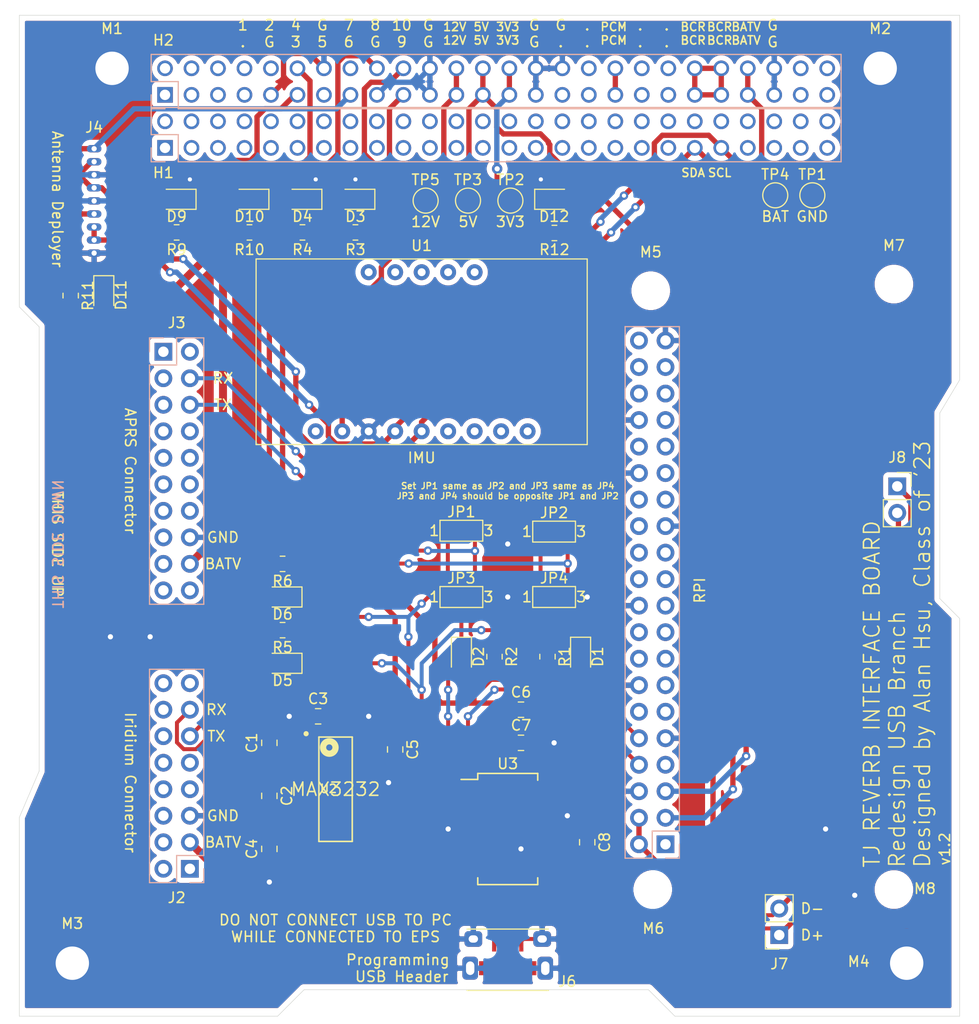
<source format=kicad_pcb>
(kicad_pcb (version 20171130) (host pcbnew "(5.1.9)-1")
  (layers (0 F.Cu signal) (31 B.Cu signal) (34 B.Paste user) (35 F.Paste user) (36 B.SilkS user) (37 F.SilkS user) (38 B.Mask user) (39 F.Mask user) (44 Edge.Cuts user))
  (net 0 "")
  (net 1 "Net-(C1-Pad2)")
  (net 2 "Net-(C1-Pad1)")
  (net 3 "Net-(C2-Pad2)")
  (net 4 "Net-(C2-Pad1)")
  (net 5 "Net-(C3-Pad2)")
  (net 6 GND)
  (net 7 "Net-(C4-Pad2)")
  (net 8 /SW8)
  (net 9 /EPSSCL)
  (net 10 /EPSSDA)
  (net 11 VBUS)
  (net 12 /BCR_OUT)
  (net 13 /PCM_IN)
  (net 14 +3V3)
  (net 15 +5V)
  (net 16 +12V)
  (net 17 /SW6)
  (net 18 /SW4)
  (net 19 /SW3)
  (net 20 /R1OUT)
  (net 21 /T1IN)
  (net 22 /R1IN)
  (net 23 /T1OUT)
  (net 24 /APRSTX)
  (net 25 /APRSRX)
  (net 26 /D-)
  (net 27 /D+)
  (net 28 "Net-(C8-Pad1)")
  (net 29 "Net-(D1-Pad2)")
  (net 30 "Net-(D2-Pad2)")
  (net 31 "Net-(D3-Pad2)")
  (net 32 "Net-(D4-Pad2)")
  (net 33 "Net-(D5-Pad2)")
  (net 34 "Net-(D6-Pad2)")
  (net 35 /SW9)
  (net 36 /USBUARTTX)
  (net 37 /USBUARTRX)
  (net 38 /HWRX)
  (net 39 /HWTX)
  (net 40 "Net-(D9-Pad2)")
  (net 41 "Net-(D10-Pad2)")
  (net 42 "Net-(D11-Pad2)")
  (net 43 "Net-(D12-Pad2)")
  (net 44 /SW10)
  (module "REVERB Interface:Texas_Instruments-MAX3232ID-Level_A" (layer F.Cu) (at 137.16 127)
    (fp_text reference U2 (at -1.575001 -0.049998) (layer F.SilkS) (effects (font (size 0.800001 0.800001)) (justify left)))
    (fp_text value MAX3232 (at 0 0) (layer F.SilkS) (effects (font (size 1.27 1.27))))
    (pad 9 smd roundrect (at 2.824998 4.445 270) (size 0.650001 1.649999) (layers F.Cu F.Paste F.Mask) (roundrect_rratio 0.2999995385))
    (pad 10 smd roundrect (at 2.824998 3.175 270) (size 0.650001 1.649999) (layers F.Cu F.Paste F.Mask) (roundrect_rratio 0.2999995385))
    (pad 11 smd roundrect (at 2.824998 1.905 270) (size 0.650001 1.649999) (layers F.Cu F.Paste F.Mask) (roundrect_rratio 0.2999995385) (net 21 /T1IN))
    (pad 12 smd roundrect (at 2.824998 0.635 270) (size 0.650001 1.649999) (layers F.Cu F.Paste F.Mask) (roundrect_rratio 0.2999995385) (net 20 /R1OUT))
    (pad 13 smd roundrect (at 2.824998 -0.635 270) (size 0.650001 1.649999) (layers F.Cu F.Paste F.Mask) (roundrect_rratio 0.2999995385) (net 22 /R1IN))
    (pad 14 smd roundrect (at 2.824998 -1.905 270) (size 0.650001 1.649999) (layers F.Cu F.Paste F.Mask) (roundrect_rratio 0.2999995385) (net 23 /T1OUT))
    (pad 15 smd roundrect (at 2.824998 -3.175 270) (size 0.650001 1.649999) (layers F.Cu F.Paste F.Mask) (roundrect_rratio 0.2999995385) (net 6 GND))
    (pad 16 smd roundrect (at 2.824998 -4.445 270) (size 0.650001 1.649999) (layers F.Cu F.Paste F.Mask) (roundrect_rratio 0.2999995385) (net 8 /SW8))
    (pad 8 smd roundrect (at -2.825001 4.445 270) (size 0.650001 1.649999) (layers F.Cu F.Paste F.Mask) (roundrect_rratio 0.2999995385))
    (pad 7 smd roundrect (at -2.825001 3.175 270) (size 0.650001 1.649999) (layers F.Cu F.Paste F.Mask) (roundrect_rratio 0.2999995385))
    (pad 6 smd roundrect (at -2.825001 1.905 270) (size 0.650001 1.649999) (layers F.Cu F.Paste F.Mask) (roundrect_rratio 0.2999995385) (net 7 "Net-(C4-Pad2)"))
    (pad 5 smd roundrect (at -2.825001 0.635 270) (size 0.650001 1.649999) (layers F.Cu F.Paste F.Mask) (roundrect_rratio 0.2999995385) (net 3 "Net-(C2-Pad2)"))
    (pad 4 smd roundrect (at -2.825001 -0.635 270) (size 0.650001 1.649999) (layers F.Cu F.Paste F.Mask) (roundrect_rratio 0.2999995385) (net 4 "Net-(C2-Pad1)"))
    (pad 3 smd roundrect (at -2.825001 -1.905 270) (size 0.650001 1.649999) (layers F.Cu F.Paste F.Mask) (roundrect_rratio 0.2999995385) (net 2 "Net-(C1-Pad1)"))
    (pad 2 smd roundrect (at -2.825001 -3.175 270) (size 0.650001 1.649999) (layers F.Cu F.Paste F.Mask) (roundrect_rratio 0.2999995385) (net 5 "Net-(C3-Pad2)"))
    (pad 1 smd roundrect (at -2.825001 -4.445 270) (size 0.650001 1.649999) (layers F.Cu F.Paste F.Mask) (roundrect_rratio 0.2999995385) (net 1 "Net-(C1-Pad2)"))
  )
  (module Resistor_SMD:R_0805_2012Metric_Pad1.20x1.40mm_HandSolder (layer F.Cu) (at 158.145 73.713)
    (fp_text reference R12 (at 0 1.598) (layer F.SilkS))
    (fp_text value 1K)
    (pad 2 smd roundrect (at 1 0) (size 1.2 1.4) (layers F.Cu F.Paste F.Mask) (roundrect_rratio 0.2083325) (net 43 "Net-(D12-Pad2)"))
    (pad 1 smd roundrect (at -1 0) (size 1.2 1.4) (layers F.Cu F.Paste F.Mask) (roundrect_rratio 0.2083325) (net 35 /SW9))
  )
  (module Resistor_SMD:R_0805_2012Metric_Pad1.20x1.40mm_HandSolder (layer F.Cu) (at 111.76 79.71 270)
    (fp_text reference R11 (at 0 -1.65 90) (layer F.SilkS))
    (fp_text value 1K)
    (pad 2 smd roundrect (at 1 0 270) (size 1.2 1.4) (layers F.Cu F.Paste F.Mask) (roundrect_rratio 0.2083325) (net 42 "Net-(D11-Pad2)"))
    (pad 1 smd roundrect (at -1 0 270) (size 1.2 1.4) (layers F.Cu F.Paste F.Mask) (roundrect_rratio 0.2083325) (net 17 /SW6))
  )
  (module Resistor_SMD:R_0805_2012Metric_Pad1.20x1.40mm_HandSolder (layer F.Cu) (at 128.905 73.66 180)
    (fp_text reference R10 (at 0 -1.65) (layer F.SilkS))
    (fp_text value 5K)
    (pad 2 smd roundrect (at 1 0 180) (size 1.2 1.4) (layers F.Cu F.Paste F.Mask) (roundrect_rratio 0.2083325) (net 41 "Net-(D10-Pad2)"))
    (pad 1 smd roundrect (at -1 0 180) (size 1.2 1.4) (layers F.Cu F.Paste F.Mask) (roundrect_rratio 0.2083325) (net 18 /SW4))
  )
  (module Resistor_SMD:R_0805_2012Metric_Pad1.20x1.40mm_HandSolder (layer F.Cu) (at 121.92 73.66 180)
    (fp_text reference R9 (at 0 -1.65) (layer F.SilkS))
    (fp_text value 5K)
    (pad 2 smd roundrect (at 1 0 180) (size 1.2 1.4) (layers F.Cu F.Paste F.Mask) (roundrect_rratio 0.2083325) (net 40 "Net-(D9-Pad2)"))
    (pad 1 smd roundrect (at -1 0 180) (size 1.2 1.4) (layers F.Cu F.Paste F.Mask) (roundrect_rratio 0.2083325) (net 19 /SW3))
  )
  (module LED_SMD:LED_0805_2012Metric_Pad1.15x1.40mm_HandSolder (layer F.Cu) (at 158.115 70.485)
    (fp_text reference D12 (at 0 1.651) (layer F.SilkS))
    (fp_text value RED)
    (pad 2 smd roundrect (at 1.025 0) (size 1.15 1.4) (layers F.Cu F.Paste F.Mask) (roundrect_rratio 0.2173904347826087) (net 43 "Net-(D12-Pad2)"))
    (pad 1 smd roundrect (at -1.025 0) (size 1.15 1.4) (layers F.Cu F.Paste F.Mask) (roundrect_rratio 0.2173904347826087) (net 6 GND))
  )
  (module LED_SMD:LED_0805_2012Metric_Pad1.15x1.40mm_HandSolder (layer F.Cu) (at 114.935 79.665 270)
    (fp_text reference D11 (at 0 -1.65 90) (layer F.SilkS))
    (fp_text value RED)
    (pad 2 smd roundrect (at 1.025 0 270) (size 1.15 1.4) (layers F.Cu F.Paste F.Mask) (roundrect_rratio 0.2173904347826087) (net 42 "Net-(D11-Pad2)"))
    (pad 1 smd roundrect (at -1.025 0 270) (size 1.15 1.4) (layers F.Cu F.Paste F.Mask) (roundrect_rratio 0.2173904347826087) (net 6 GND))
  )
  (module LED_SMD:LED_0805_2012Metric_Pad1.15x1.40mm_HandSolder (layer F.Cu) (at 128.905 70.485 180)
    (fp_text reference D10 (at 0 -1.65) (layer F.SilkS))
    (fp_text value RED)
    (pad 2 smd roundrect (at 1.025 0 180) (size 1.15 1.4) (layers F.Cu F.Paste F.Mask) (roundrect_rratio 0.2173904347826087) (net 41 "Net-(D10-Pad2)"))
    (pad 1 smd roundrect (at -1.025 0 180) (size 1.15 1.4) (layers F.Cu F.Paste F.Mask) (roundrect_rratio 0.2173904347826087) (net 6 GND))
  )
  (module LED_SMD:LED_0805_2012Metric_Pad1.15x1.40mm_HandSolder (layer F.Cu) (at 121.92 70.485 180)
    (fp_text reference D9 (at 0 -1.65) (layer F.SilkS))
    (fp_text value RED)
    (pad 2 smd roundrect (at 1.025 0 180) (size 1.15 1.4) (layers F.Cu F.Paste F.Mask) (roundrect_rratio 0.2173904347826087) (net 40 "Net-(D9-Pad2)"))
    (pad 1 smd roundrect (at -1.025 0 180) (size 1.15 1.4) (layers F.Cu F.Paste F.Mask) (roundrect_rratio 0.2173904347826087) (net 6 GND))
  )
  (module TestPoint:TestPoint_Pad_D2.0mm (layer F.Cu) (at 145.796 70.612)
    (fp_text reference TP5 (at 0 -1.998) (layer F.SilkS))
    (fp_text value 12V)
    (pad 1 smd circle (at 0 0) (size 2 2) (layers F.Cu F.Mask) (net 16 +12V))
  )
  (module TestPoint:TestPoint_Pad_D2.0mm (layer F.Cu) (at 179.324 70.104)
    (fp_text reference TP4 (at 0 -1.998) (layer F.SilkS))
    (fp_text value BAT)
    (pad 1 smd circle (at 0 0) (size 2 2) (layers F.Cu F.Mask) (net 11 VBUS))
  )
  (module TestPoint:TestPoint_Pad_D2.0mm (layer F.Cu) (at 149.86 70.612)
    (fp_text reference TP3 (at 0 -1.998) (layer F.SilkS))
    (fp_text value 5V)
    (pad 1 smd circle (at 0 0) (size 2 2) (layers F.Cu F.Mask) (net 15 +5V))
  )
  (module TestPoint:TestPoint_Pad_D2.0mm (layer F.Cu) (at 153.924 70.612)
    (fp_text reference TP2 (at 0 -1.998) (layer F.SilkS))
    (fp_text value 3V3)
    (pad 1 smd circle (at 0 0) (size 2 2) (layers F.Cu F.Mask) (net 14 +3V3))
  )
  (module TestPoint:TestPoint_Pad_D2.0mm (layer F.Cu) (at 182.88 70.104)
    (fp_text reference TP1 (at 0 -1.998) (layer F.SilkS))
    (fp_text value GND)
    (pad 1 smd circle (at 0 0) (size 2 2) (layers F.Cu F.Mask) (net 6 GND))
  )
  (module MountingHole:MountingHole_2.7mm_M2.5 (layer F.Cu) (at 190.701 136.609)
    (fp_text reference M8 (at 2.974 -0.084) (layer F.SilkS))
    (fp_text value PiMount)
    (pad 1 np_thru_hole circle (at 0 0) (size 2.7 2.7) (drill 2.7) (layers *.Cu *.Mask))
  )
  (module MountingHole:MountingHole_2.7mm_M2.5 (layer F.Cu) (at 190.701 78.609)
    (fp_text reference M7 (at 0 -3.7) (layer F.SilkS))
    (fp_text value PiMount)
    (pad 1 np_thru_hole circle (at 0 0) (size 2.7 2.7) (drill 2.7) (layers *.Cu *.Mask))
  )
  (module MountingHole:MountingHole_2.7mm_M2.5 (layer F.Cu) (at 167.574 136.609)
    (fp_text reference M6 (at 0.066 3.726) (layer F.SilkS))
    (fp_text value PiMount)
    (pad 1 np_thru_hole circle (at 0 0) (size 2.7 2.7) (drill 2.7) (layers *.Cu *.Mask))
  )
  (module MountingHole:MountingHole_2.7mm_M2.5 (layer F.Cu) (at 167.384 79.244)
    (fp_text reference M5 (at 0 -3.7) (layer F.SilkS))
    (fp_text value PiMount)
    (pad 1 np_thru_hole circle (at 0 0) (size 2.7 2.7) (drill 2.7) (layers *.Cu *.Mask))
  )
  (module Connector_PinSocket_2.54mm:PinSocket_1x02_P2.54mm_Vertical (layer F.Cu) (at 191.021 97.984)
    (fp_text reference J8 (at 0 -2.77) (layer F.SilkS))
    (fp_text value USBPOGO)
    (pad 2 thru_hole oval (at 0 2.54) (size 1.7 1.7) (drill 1) (layers *.Cu *.Mask) (net 26 /D-))
    (pad 1 thru_hole rect (at 0 0) (size 1.7 1.7) (drill 1) (layers *.Cu *.Mask) (net 27 /D+))
  )
  (module Resistor_SMD:R_0805_2012Metric_Pad1.20x1.40mm_HandSolder (layer F.Cu) (at 132.08 105.41 180)
    (fp_text reference R6 (at 0 -1.65) (layer F.SilkS))
    (fp_text value 1K)
    (pad 2 smd roundrect (at 1 0 180) (size 1.2 1.4) (layers F.Cu F.Paste F.Mask) (roundrect_rratio 0.2083325) (net 34 "Net-(D6-Pad2)"))
    (pad 1 smd roundrect (at -1 0 180) (size 1.2 1.4) (layers F.Cu F.Paste F.Mask) (roundrect_rratio 0.2083325) (net 8 /SW8))
  )
  (module Resistor_SMD:R_0805_2012Metric_Pad1.20x1.40mm_HandSolder (layer F.Cu) (at 132.08 111.76 180)
    (fp_text reference R5 (at 0 -1.65) (layer F.SilkS))
    (fp_text value 1K)
    (pad 2 smd roundrect (at 1 0 180) (size 1.2 1.4) (layers F.Cu F.Paste F.Mask) (roundrect_rratio 0.2083325) (net 33 "Net-(D5-Pad2)"))
    (pad 1 smd roundrect (at -1 0 180) (size 1.2 1.4) (layers F.Cu F.Paste F.Mask) (roundrect_rratio 0.2083325) (net 8 /SW8))
  )
  (module Resistor_SMD:R_0805_2012Metric_Pad1.20x1.40mm_HandSolder (layer F.Cu) (at 133.985 73.66 180)
    (fp_text reference R4 (at 0 -1.65) (layer F.SilkS))
    (fp_text value 1K)
    (pad 2 smd roundrect (at 1 0 180) (size 1.2 1.4) (layers F.Cu F.Paste F.Mask) (roundrect_rratio 0.2083325) (net 32 "Net-(D4-Pad2)"))
    (pad 1 smd roundrect (at -1 0 180) (size 1.2 1.4) (layers F.Cu F.Paste F.Mask) (roundrect_rratio 0.2083325) (net 8 /SW8))
  )
  (module Resistor_SMD:R_0805_2012Metric_Pad1.20x1.40mm_HandSolder (layer F.Cu) (at 139.065 73.66 180)
    (fp_text reference R3 (at 0 -1.65) (layer F.SilkS))
    (fp_text value 1K)
    (pad 2 smd roundrect (at 1 0 180) (size 1.2 1.4) (layers F.Cu F.Paste F.Mask) (roundrect_rratio 0.2083325) (net 31 "Net-(D3-Pad2)"))
    (pad 1 smd roundrect (at -1 0 180) (size 1.2 1.4) (layers F.Cu F.Paste F.Mask) (roundrect_rratio 0.2083325) (net 44 /SW10))
  )
  (module Resistor_SMD:R_0805_2012Metric_Pad1.20x1.40mm_HandSolder (layer F.Cu) (at 152.4 114.3 270)
    (fp_text reference R2 (at 0 -1.65 90) (layer F.SilkS))
    (fp_text value 1K)
    (pad 2 smd roundrect (at 1 0 270) (size 1.2 1.4) (layers F.Cu F.Paste F.Mask) (roundrect_rratio 0.2083325) (net 30 "Net-(D2-Pad2)"))
    (pad 1 smd roundrect (at -1 0 270) (size 1.2 1.4) (layers F.Cu F.Paste F.Mask) (roundrect_rratio 0.2083325) (net 44 /SW10))
  )
  (module Resistor_SMD:R_0805_2012Metric_Pad1.20x1.40mm_HandSolder (layer F.Cu) (at 157.48 114.3 270)
    (fp_text reference R1 (at 0 -1.65 90) (layer F.SilkS))
    (fp_text value 1K)
    (pad 2 smd roundrect (at 1 0 270) (size 1.2 1.4) (layers F.Cu F.Paste F.Mask) (roundrect_rratio 0.2083325) (net 29 "Net-(D1-Pad2)"))
    (pad 1 smd roundrect (at -1 0 270) (size 1.2 1.4) (layers F.Cu F.Paste F.Mask) (roundrect_rratio 0.2083325) (net 44 /SW10))
  )
  (module Jumper:SolderJumper-3_P1.3mm_Open_Pad1.0x1.5mm_NumberLabels (layer F.Cu) (at 158.115 108.585)
    (fp_text reference JP4 (at 0 -1.8) (layer F.SilkS))
    (fp_text value USBUARTTX)
    (fp_text user 1 (at -2.6 0) (layer F.SilkS))
    (fp_text user 3 (at 2.6 0) (layer F.SilkS))
    (pad 1 smd rect (at -1.3 0) (size 1 1.5) (layers F.Cu F.Mask) (net 21 /T1IN))
    (pad 2 smd rect (at 0 0) (size 1 1.5) (layers F.Cu F.Mask) (net 36 /USBUARTTX))
    (pad 3 smd rect (at 1.3 0) (size 1 1.5) (layers F.Cu F.Mask) (net 24 /APRSTX))
  )
  (module Jumper:SolderJumper-3_P1.3mm_Open_Pad1.0x1.5mm_NumberLabels (layer F.Cu) (at 149.225 108.585)
    (fp_text reference JP3 (at 0 -1.8) (layer F.SilkS))
    (fp_text value USBUARTRX)
    (fp_text user 1 (at -2.6 0) (layer F.SilkS))
    (fp_text user 3 (at 2.6 0) (layer F.SilkS))
    (pad 1 smd rect (at -1.3 0) (size 1 1.5) (layers F.Cu F.Mask) (net 20 /R1OUT))
    (pad 2 smd rect (at 0 0) (size 1 1.5) (layers F.Cu F.Mask) (net 37 /USBUARTRX))
    (pad 3 smd rect (at 1.3 0) (size 1 1.5) (layers F.Cu F.Mask) (net 25 /APRSRX))
  )
  (module Jumper:SolderJumper-3_P1.3mm_Open_Pad1.0x1.5mm_NumberLabels (layer F.Cu) (at 158.115 102.32)
    (fp_text reference JP2 (at 0 -1.8) (layer F.SilkS))
    (fp_text value HWTX)
    (fp_text user 1 (at -2.6 0) (layer F.SilkS))
    (fp_text user 3 (at 2.6 0) (layer F.SilkS))
    (pad 1 smd rect (at -1.3 0) (size 1 1.5) (layers F.Cu F.Mask) (net 21 /T1IN))
    (pad 2 smd rect (at 0 0) (size 1 1.5) (layers F.Cu F.Mask) (net 39 /HWTX))
    (pad 3 smd rect (at 1.3 0) (size 1 1.5) (layers F.Cu F.Mask) (net 24 /APRSTX))
  )
  (module Jumper:SolderJumper-3_P1.3mm_Open_Pad1.0x1.5mm_NumberLabels (layer F.Cu) (at 149.225 102.235)
    (fp_text reference JP1 (at 0 -1.8) (layer F.SilkS))
    (fp_text value HWRX)
    (fp_text user 1 (at -2.6 0) (layer F.SilkS))
    (fp_text user 3 (at 2.6 0) (layer F.SilkS))
    (pad 1 smd rect (at -1.3 0) (size 1 1.5) (layers F.Cu F.Mask) (net 20 /R1OUT))
    (pad 2 smd rect (at 0 0) (size 1 1.5) (layers F.Cu F.Mask) (net 38 /HWRX))
    (pad 3 smd rect (at 1.3 0) (size 1 1.5) (layers F.Cu F.Mask) (net 25 /APRSRX))
  )
  (module "REVERB Interface:LSM9DS1BOB" (layer F.Cu) (at 145.415 85.09)
    (fp_text reference U1 (at 0 -10.16) (layer F.SilkS))
    (fp_text value LSM9DS1BOB)
    (pad 14 thru_hole circle (at -10.16 7.62) (size 1.524 1.524) (drill 0.762) (layers *.Cu *.Mask))
    (pad 13 thru_hole circle (at -7.62 7.62) (size 1.524 1.524) (drill 0.762) (layers *.Cu *.Mask) (net 35 /SW9))
    (pad 12 thru_hole circle (at -5.08 7.62) (size 1.524 1.524) (drill 0.762) (layers *.Cu *.Mask) (net 6 GND))
    (pad 11 thru_hole circle (at -2.54 7.62) (size 1.524 1.524) (drill 0.762) (layers *.Cu *.Mask) (net 9 /EPSSCL))
    (pad 10 thru_hole circle (at 0 7.62) (size 1.524 1.524) (drill 0.762) (layers *.Cu *.Mask) (net 10 /EPSSDA))
    (pad 9 thru_hole circle (at 2.54 7.62) (size 1.524 1.524) (drill 0.762) (layers *.Cu *.Mask))
    (pad 8 thru_hole circle (at 5.08 7.62) (size 1.524 1.524) (drill 0.762) (layers *.Cu *.Mask))
    (pad 7 thru_hole circle (at 7.62 7.62) (size 1.524 1.524) (drill 0.762) (layers *.Cu *.Mask))
    (pad 6 thru_hole circle (at 10.16 7.62) (size 1.524 1.524) (drill 0.762) (layers *.Cu *.Mask))
    (pad 1 thru_hole circle (at -5.08 -7.62) (size 1.524 1.524) (drill 0.762) (layers *.Cu *.Mask))
    (pad 5 thru_hole circle (at 5.08 -7.62) (size 1.524 1.524) (drill 0.762) (layers *.Cu *.Mask))
    (pad 4 thru_hole circle (at 2.54 -7.62) (size 1.524 1.524) (drill 0.762) (layers *.Cu *.Mask))
    (pad 3 thru_hole circle (at 0 -7.62) (size 1.524 1.524) (drill 0.762) (layers *.Cu *.Mask))
    (pad 2 thru_hole circle (at -2.54 -7.62) (size 1.524 1.524) (drill 0.762) (layers *.Cu *.Mask))
  )
  (module Package_SO:SSOP-28_5.3x10.2mm_P0.65mm (layer F.Cu) (at 153.67 130.81)
    (fp_text reference U3 (at 0 -6.25) (layer F.SilkS))
    (fp_text value CY7C65213-28PVXI)
    (pad 28 smd rect (at 3.6 -4.225) (size 1.75 0.45) (layers F.Cu F.Paste F.Mask))
    (pad 27 smd rect (at 3.6 -3.575) (size 1.75 0.45) (layers F.Cu F.Paste F.Mask))
    (pad 26 smd rect (at 3.6 -2.925) (size 1.75 0.45) (layers F.Cu F.Paste F.Mask))
    (pad 25 smd rect (at 3.6 -2.275) (size 1.75 0.45) (layers F.Cu F.Paste F.Mask))
    (pad 24 smd rect (at 3.6 -1.625) (size 1.75 0.45) (layers F.Cu F.Paste F.Mask))
    (pad 23 smd rect (at 3.6 -0.975) (size 1.75 0.45) (layers F.Cu F.Paste F.Mask))
    (pad 22 smd rect (at 3.6 -0.325) (size 1.75 0.45) (layers F.Cu F.Paste F.Mask))
    (pad 21 smd rect (at 3.6 0.325) (size 1.75 0.45) (layers F.Cu F.Paste F.Mask) (net 6 GND))
    (pad 20 smd rect (at 3.6 0.975) (size 1.75 0.45) (layers F.Cu F.Paste F.Mask) (net 44 /SW10))
    (pad 19 smd rect (at 3.6 1.625) (size 1.75 0.45) (layers F.Cu F.Paste F.Mask))
    (pad 18 smd rect (at 3.6 2.275) (size 1.75 0.45) (layers F.Cu F.Paste F.Mask) (net 6 GND))
    (pad 17 smd rect (at 3.6 2.925) (size 1.75 0.45) (layers F.Cu F.Paste F.Mask) (net 28 "Net-(C8-Pad1)"))
    (pad 16 smd rect (at 3.6 3.575) (size 1.75 0.45) (layers F.Cu F.Paste F.Mask) (net 26 /D-))
    (pad 15 smd rect (at 3.6 4.225) (size 1.75 0.45) (layers F.Cu F.Paste F.Mask) (net 27 /D+))
    (pad 14 smd rect (at -3.6 4.225) (size 1.75 0.45) (layers F.Cu F.Paste F.Mask))
    (pad 13 smd rect (at -3.6 3.575) (size 1.75 0.45) (layers F.Cu F.Paste F.Mask))
    (pad 12 smd rect (at -3.6 2.925) (size 1.75 0.45) (layers F.Cu F.Paste F.Mask))
    (pad 11 smd rect (at -3.6 2.275) (size 1.75 0.45) (layers F.Cu F.Paste F.Mask))
    (pad 10 smd rect (at -3.6 1.625) (size 1.75 0.45) (layers F.Cu F.Paste F.Mask))
    (pad 9 smd rect (at -3.6 0.975) (size 1.75 0.45) (layers F.Cu F.Paste F.Mask))
    (pad 8 smd rect (at -3.6 0.325) (size 1.75 0.45) (layers F.Cu F.Paste F.Mask))
    (pad 7 smd rect (at -3.6 -0.325) (size 1.75 0.45) (layers F.Cu F.Paste F.Mask) (net 6 GND))
    (pad 6 smd rect (at -3.6 -0.975) (size 1.75 0.45) (layers F.Cu F.Paste F.Mask))
    (pad 5 smd rect (at -3.6 -1.625) (size 1.75 0.45) (layers F.Cu F.Paste F.Mask) (net 37 /USBUARTRX))
    (pad 4 smd rect (at -3.6 -2.275) (size 1.75 0.45) (layers F.Cu F.Paste F.Mask) (net 44 /SW10))
    (pad 3 smd rect (at -3.6 -2.925) (size 1.75 0.45) (layers F.Cu F.Paste F.Mask))
    (pad 2 smd rect (at -3.6 -3.575) (size 1.75 0.45) (layers F.Cu F.Paste F.Mask))
    (pad 1 smd rect (at -3.6 -4.225) (size 1.75 0.45) (layers F.Cu F.Paste F.Mask) (net 36 /USBUARTTX))
  )
  (module "REVERB Interface:AdafruitMicroB" (layer F.Cu) (at 153.67 144.145 180)
    (fp_text reference J6 (at -5.715 -1.27) (layer F.SilkS))
    (fp_text value USB_B_Micro)
    (pad 6 smd rect (at -2.2 0 180) (size 1.1 1.35) (layers F.Cu F.Paste F.Mask) (net 6 GND))
    (pad 6 smd rect (at 2.2 0 180) (size 1.1 1.35) (layers F.Cu F.Paste F.Mask) (net 6 GND))
    (pad "" np_thru_hole circle (at -1.95 1.83 180) (size 0.8 0.8) (drill 0.8) (layers *.Cu *.Mask))
    (pad "" np_thru_hole circle (at 1.95 1.83 180) (size 0.8 0.8) (drill 0.8) (layers *.Cu *.Mask))
    (pad 1 smd rect (at 1.3 2.6 180) (size 0.4 2) (layers F.Cu F.Paste F.Mask) (net 44 /SW10))
    (pad 2 smd rect (at 0.65 2.6 180) (size 0.4 2) (layers F.Cu F.Paste F.Mask) (net 26 /D-))
    (pad 3 smd rect (at 0 2.6 180) (size 0.4 2) (layers F.Cu F.Paste F.Mask) (net 27 /D+))
    (pad 4 smd rect (at -0.65 2.6 180) (size 0.4 2) (layers F.Cu F.Paste F.Mask))
    (pad 5 smd rect (at -1.3 2.6 180) (size 0.4 2) (layers F.Cu F.Paste F.Mask) (net 6 GND))
    (pad 6 thru_hole roundrect (at 3.6 0 180) (size 1.5 2.2) (drill oval 0.8 1.3) (layers *.Cu *.Mask) (net 6 GND))
    (pad 6 thru_hole roundrect (at -3.6 0 180) (size 1.5 2.2) (drill oval 0.8 1.3) (layers *.Cu *.Mask) (net 6 GND))
    (pad 6 thru_hole roundrect (at -3.3 2.8 180) (size 1.7 1.5) (drill oval 0.9 0.7) (layers *.Cu *.Mask) (net 6 GND))
    (pad 6 thru_hole roundrect (at 3.3 2.8 180) (size 1.7 1.5) (drill oval 0.9 0.7) (layers *.Cu *.Mask) (net 6 GND))
  )
  (module LED_SMD:LED_0805_2012Metric_Pad1.15x1.40mm_HandSolder (layer F.Cu) (at 132.08 108.585 180)
    (fp_text reference D6 (at 0 -1.65) (layer F.SilkS))
    (fp_text value GREEN)
    (pad 2 smd roundrect (at 1.025 0 180) (size 1.15 1.4) (layers F.Cu F.Paste F.Mask) (roundrect_rratio 0.2173904347826087) (net 34 "Net-(D6-Pad2)"))
    (pad 1 smd roundrect (at -1.025 0 180) (size 1.15 1.4) (layers F.Cu F.Paste F.Mask) (roundrect_rratio 0.2173904347826087) (net 20 /R1OUT))
  )
  (module LED_SMD:LED_0805_2012Metric_Pad1.15x1.40mm_HandSolder (layer F.Cu) (at 132.08 114.935 180)
    (fp_text reference D5 (at 0 -1.65) (layer F.SilkS))
    (fp_text value RED)
    (pad 2 smd roundrect (at 1.025 0 180) (size 1.15 1.4) (layers F.Cu F.Paste F.Mask) (roundrect_rratio 0.2173904347826087) (net 33 "Net-(D5-Pad2)"))
    (pad 1 smd roundrect (at -1.025 0 180) (size 1.15 1.4) (layers F.Cu F.Paste F.Mask) (roundrect_rratio 0.2173904347826087) (net 21 /T1IN))
  )
  (module LED_SMD:LED_0805_2012Metric_Pad1.15x1.40mm_HandSolder (layer F.Cu) (at 133.985 70.485 180)
    (fp_text reference D4 (at 0 -1.65) (layer F.SilkS))
    (fp_text value RED)
    (pad 2 smd roundrect (at 1.025 0 180) (size 1.15 1.4) (layers F.Cu F.Paste F.Mask) (roundrect_rratio 0.2173904347826087) (net 32 "Net-(D4-Pad2)"))
    (pad 1 smd roundrect (at -1.025 0 180) (size 1.15 1.4) (layers F.Cu F.Paste F.Mask) (roundrect_rratio 0.2173904347826087) (net 6 GND))
  )
  (module LED_SMD:LED_0805_2012Metric_Pad1.15x1.40mm_HandSolder (layer F.Cu) (at 139.065 70.485 180)
    (fp_text reference D3 (at 0 -1.65) (layer F.SilkS))
    (fp_text value RED)
    (pad 2 smd roundrect (at 1.025 0 180) (size 1.15 1.4) (layers F.Cu F.Paste F.Mask) (roundrect_rratio 0.2173904347826087) (net 31 "Net-(D3-Pad2)"))
    (pad 1 smd roundrect (at -1.025 0 180) (size 1.15 1.4) (layers F.Cu F.Paste F.Mask) (roundrect_rratio 0.2173904347826087) (net 6 GND))
  )
  (module LED_SMD:LED_0805_2012Metric_Pad1.15x1.40mm_HandSolder (layer F.Cu) (at 149.225 114.3 270)
    (fp_text reference D2 (at 0 -1.65 90) (layer F.SilkS))
    (fp_text value GREEN)
    (pad 2 smd roundrect (at 1.025 0 270) (size 1.15 1.4) (layers F.Cu F.Paste F.Mask) (roundrect_rratio 0.2173904347826087) (net 30 "Net-(D2-Pad2)"))
    (pad 1 smd roundrect (at -1.025 0 270) (size 1.15 1.4) (layers F.Cu F.Paste F.Mask) (roundrect_rratio 0.2173904347826087) (net 37 /USBUARTRX))
  )
  (module LED_SMD:LED_0805_2012Metric_Pad1.15x1.40mm_HandSolder (layer F.Cu) (at 160.655 114.3 270)
    (fp_text reference D1 (at 0 -1.65 90) (layer F.SilkS))
    (fp_text value RED)
    (pad 2 smd roundrect (at 1.025 0 270) (size 1.15 1.4) (layers F.Cu F.Paste F.Mask) (roundrect_rratio 0.2173904347826087) (net 29 "Net-(D1-Pad2)"))
    (pad 1 smd roundrect (at -1.025 0 270) (size 1.15 1.4) (layers F.Cu F.Paste F.Mask) (roundrect_rratio 0.2173904347826087) (net 36 /USBUARTTX))
  )
  (module Capacitor_SMD:C_0805_2012Metric_Pad1.18x1.45mm_HandSolder (layer F.Cu) (at 161.29 132.08 90)
    (fp_text reference C8 (at 0 1.6725 90) (layer F.SilkS))
    (fp_text value 1uF)
    (pad 2 smd roundrect (at 1.0375 0 90) (size 1.175 1.45) (layers F.Cu F.Paste F.Mask) (roundrect_rratio 0.2127659574468085) (net 6 GND))
    (pad 1 smd roundrect (at -1.0375 0 90) (size 1.175 1.45) (layers F.Cu F.Paste F.Mask) (roundrect_rratio 0.2127659574468085) (net 28 "Net-(C8-Pad1)"))
  )
  (module Capacitor_SMD:C_0805_2012Metric_Pad1.18x1.45mm_HandSolder (layer F.Cu) (at 154.94 122.555)
    (fp_text reference C7 (at 0 -1.68) (layer F.SilkS))
    (fp_text value 0.1uF)
    (pad 2 smd roundrect (at 1.0375 0) (size 1.175 1.45) (layers F.Cu F.Paste F.Mask) (roundrect_rratio 0.2127659574468085) (net 6 GND))
    (pad 1 smd roundrect (at -1.0375 0) (size 1.175 1.45) (layers F.Cu F.Paste F.Mask) (roundrect_rratio 0.2127659574468085) (net 44 /SW10))
  )
  (module Capacitor_SMD:C_0805_2012Metric_Pad1.18x1.45mm_HandSolder (layer F.Cu) (at 154.94 119.38)
    (fp_text reference C6 (at 0 -1.68) (layer F.SilkS))
    (fp_text value 4.7uF)
    (pad 2 smd roundrect (at 1.0375 0) (size 1.175 1.45) (layers F.Cu F.Paste F.Mask) (roundrect_rratio 0.2127659574468085) (net 6 GND))
    (pad 1 smd roundrect (at -1.0375 0) (size 1.175 1.45) (layers F.Cu F.Paste F.Mask) (roundrect_rratio 0.2127659574468085) (net 44 /SW10))
  )
  (module MountingHole:MountingHole_3.2mm_M3_DIN965_Pad_TopBottom (layer F.Cu) (at 191.926 143.664)
    (fp_text reference M4 (at -4.601 -0.154) (layer F.SilkS))
    (fp_text value MountingHole_Pad)
    (pad 1 connect circle (at 0 0) (size 5.6 5.6) (layers B.Cu B.Mask) (net 6 GND))
    (pad 1 connect circle (at 0 0) (size 5.6 5.6) (layers F.Cu F.Mask) (net 6 GND))
    (pad 1 thru_hole circle (at 0 0) (size 3.6 3.6) (drill 3.2) (layers *.Cu *.Mask) (net 6 GND))
  )
  (module MountingHole:MountingHole_3.2mm_M3_DIN965_Pad_TopBottom (layer F.Cu) (at 111.916 143.664)
    (fp_text reference M3 (at 0 -3.8) (layer F.SilkS))
    (fp_text value MountingHole_Pad)
    (pad 1 connect circle (at 0 0) (size 5.6 5.6) (layers B.Cu B.Mask) (net 6 GND))
    (pad 1 connect circle (at 0 0) (size 5.6 5.6) (layers F.Cu F.Mask) (net 6 GND))
    (pad 1 thru_hole circle (at 0 0) (size 3.6 3.6) (drill 3.2) (layers *.Cu *.Mask) (net 6 GND))
  )
  (module MountingHole:MountingHole_3.2mm_M3_DIN965_Pad_TopBottom (layer F.Cu) (at 189.386 57.939)
    (fp_text reference M2 (at 0 -3.8) (layer F.SilkS))
    (fp_text value MountingHole_Pad)
    (pad 1 connect circle (at 0 0) (size 5.6 5.6) (layers B.Cu B.Mask) (net 6 GND))
    (pad 1 connect circle (at 0 0) (size 5.6 5.6) (layers F.Cu F.Mask) (net 6 GND))
    (pad 1 thru_hole circle (at 0 0) (size 3.6 3.6) (drill 3.2) (layers *.Cu *.Mask) (net 6 GND))
  )
  (module MountingHole:MountingHole_3.2mm_M3_DIN965_Pad_TopBottom (layer F.Cu) (at 115.726 57.939)
    (fp_text reference M1 (at 0 -3.8) (layer F.SilkS))
    (fp_text value MountingHole_Pad)
    (pad 1 connect circle (at 0 0) (size 5.6 5.6) (layers B.Cu B.Mask) (net 6 GND))
    (pad 1 connect circle (at 0 0) (size 5.6 5.6) (layers F.Cu F.Mask) (net 6 GND))
    (pad 1 thru_hole circle (at 0 0) (size 3.6 3.6) (drill 3.2) (layers *.Cu *.Mask) (net 6 GND))
  )
  (module Connector_PinSocket_2.54mm:PinSocket_1x02_P2.54mm_Vertical (layer F.Cu) (at 179.705 140.97 180)
    (fp_text reference J7 (at 0 -2.77) (layer F.SilkS))
    (fp_text value USB)
    (pad 2 thru_hole oval (at 0 2.54 180) (size 1.7 1.7) (drill 1) (layers *.Cu *.Mask) (net 26 /D-))
    (pad 1 thru_hole rect (at 0 0 180) (size 1.7 1.7) (drill 1) (layers *.Cu *.Mask) (net 27 /D+))
  )
  (module "REVERB Interface:1.25mmPitchHeader" (layer F.Cu) (at 114.006 65.639)
    (fp_text reference J4 (at 0 -2.04) (layer F.SilkS))
    (fp_text value Antenna)
    (pad 9 thru_hole oval (at 0 10) (size 1.4 0.7) (drill 0.5) (layers *.Cu *.Mask) (net 6 GND))
    (pad 8 thru_hole oval (at 0 8.75) (size 1.4 0.7) (drill 0.5) (layers *.Cu *.Mask) (net 9 /EPSSCL))
    (pad 7 thru_hole oval (at 0 7.5) (size 1.4 0.7) (drill 0.5) (layers *.Cu *.Mask) (net 9 /EPSSCL))
    (pad 6 thru_hole oval (at 0 6.25) (size 1.4 0.7) (drill 0.5) (layers *.Cu *.Mask) (net 17 /SW6))
    (pad 5 thru_hole oval (at 0 5) (size 1.4 0.7) (drill 0.5) (layers *.Cu *.Mask) (net 6 GND))
    (pad 4 thru_hole oval (at 0 3.75) (size 1.4 0.7) (drill 0.5) (layers *.Cu *.Mask) (net 10 /EPSSDA))
    (pad 3 thru_hole oval (at 0 2.5) (size 1.4 0.7) (drill 0.5) (layers *.Cu *.Mask) (net 6 GND))
    (pad 2 thru_hole oval (at 0 1.25) (size 1.4 0.7) (drill 0.5) (layers *.Cu *.Mask) (net 10 /EPSSDA))
    (pad 1 thru_hole oval (at 0 0) (size 1.4 0.7) (drill 0.5) (layers *.Cu *.Mask) (net 17 /SW6))
  )
  (module Connector_PinSocket_2.54mm:PinSocket_2x10_P2.54mm_Vertical (layer B.Cu) (at 120.65 85.09 180)
    (fp_text reference J3 (at -1.27 2.77) (layer F.SilkS))
    (fp_text value APRS)
    (pad 20 thru_hole oval (at -2.54 -22.86 180) (size 1.7 1.7) (drill 1) (layers *.Cu *.Mask))
    (pad 19 thru_hole oval (at 0 -22.86 180) (size 1.7 1.7) (drill 1) (layers *.Cu *.Mask))
    (pad 18 thru_hole oval (at -2.54 -20.32 180) (size 1.7 1.7) (drill 1) (layers *.Cu *.Mask) (net 18 /SW4))
    (pad 17 thru_hole oval (at 0 -20.32 180) (size 1.7 1.7) (drill 1) (layers *.Cu *.Mask))
    (pad 16 thru_hole oval (at -2.54 -17.78 180) (size 1.7 1.7) (drill 1) (layers *.Cu *.Mask) (net 6 GND))
    (pad 15 thru_hole oval (at 0 -17.78 180) (size 1.7 1.7) (drill 1) (layers *.Cu *.Mask))
    (pad 14 thru_hole oval (at -2.54 -15.24 180) (size 1.7 1.7) (drill 1) (layers *.Cu *.Mask))
    (pad 13 thru_hole oval (at 0 -15.24 180) (size 1.7 1.7) (drill 1) (layers *.Cu *.Mask))
    (pad 12 thru_hole oval (at -2.54 -12.7 180) (size 1.7 1.7) (drill 1) (layers *.Cu *.Mask))
    (pad 11 thru_hole oval (at 0 -12.7 180) (size 1.7 1.7) (drill 1) (layers *.Cu *.Mask))
    (pad 10 thru_hole oval (at -2.54 -10.16 180) (size 1.7 1.7) (drill 1) (layers *.Cu *.Mask))
    (pad 9 thru_hole oval (at 0 -10.16 180) (size 1.7 1.7) (drill 1) (layers *.Cu *.Mask))
    (pad 8 thru_hole oval (at -2.54 -7.62 180) (size 1.7 1.7) (drill 1) (layers *.Cu *.Mask))
    (pad 7 thru_hole oval (at 0 -7.62 180) (size 1.7 1.7) (drill 1) (layers *.Cu *.Mask))
    (pad 6 thru_hole oval (at -2.54 -5.08 180) (size 1.7 1.7) (drill 1) (layers *.Cu *.Mask) (net 24 /APRSTX))
    (pad 5 thru_hole oval (at 0 -5.08 180) (size 1.7 1.7) (drill 1) (layers *.Cu *.Mask))
    (pad 4 thru_hole oval (at -2.54 -2.54 180) (size 1.7 1.7) (drill 1) (layers *.Cu *.Mask) (net 25 /APRSRX))
    (pad 3 thru_hole oval (at 0 -2.54 180) (size 1.7 1.7) (drill 1) (layers *.Cu *.Mask))
    (pad 2 thru_hole oval (at -2.54 0 180) (size 1.7 1.7) (drill 1) (layers *.Cu *.Mask))
    (pad 1 thru_hole rect (at 0 0 180) (size 1.7 1.7) (drill 1) (layers *.Cu *.Mask))
  )
  (module Connector_PinSocket_2.54mm:PinSocket_2x08_P2.54mm_Vertical (layer B.Cu) (at 123.19 134.62)
    (fp_text reference J2 (at -1.27 2.77) (layer F.SilkS))
    (fp_text value Iridium)
    (pad 16 thru_hole oval (at -2.54 -17.78) (size 1.7 1.7) (drill 1) (layers *.Cu *.Mask))
    (pad 15 thru_hole oval (at 0 -17.78) (size 1.7 1.7) (drill 1) (layers *.Cu *.Mask))
    (pad 14 thru_hole oval (at -2.54 -15.24) (size 1.7 1.7) (drill 1) (layers *.Cu *.Mask))
    (pad 13 thru_hole oval (at 0 -15.24) (size 1.7 1.7) (drill 1) (layers *.Cu *.Mask) (net 22 /R1IN))
    (pad 12 thru_hole oval (at -2.54 -12.7) (size 1.7 1.7) (drill 1) (layers *.Cu *.Mask))
    (pad 11 thru_hole oval (at 0 -12.7) (size 1.7 1.7) (drill 1) (layers *.Cu *.Mask) (net 23 /T1OUT))
    (pad 10 thru_hole oval (at -2.54 -10.16) (size 1.7 1.7) (drill 1) (layers *.Cu *.Mask))
    (pad 9 thru_hole oval (at 0 -10.16) (size 1.7 1.7) (drill 1) (layers *.Cu *.Mask))
    (pad 8 thru_hole oval (at -2.54 -7.62) (size 1.7 1.7) (drill 1) (layers *.Cu *.Mask))
    (pad 7 thru_hole oval (at 0 -7.62) (size 1.7 1.7) (drill 1) (layers *.Cu *.Mask))
    (pad 6 thru_hole oval (at -2.54 -5.08) (size 1.7 1.7) (drill 1) (layers *.Cu *.Mask))
    (pad 5 thru_hole oval (at 0 -5.08) (size 1.7 1.7) (drill 1) (layers *.Cu *.Mask) (net 6 GND))
    (pad 4 thru_hole oval (at -2.54 -2.54) (size 1.7 1.7) (drill 1) (layers *.Cu *.Mask))
    (pad 3 thru_hole oval (at 0 -2.54) (size 1.7 1.7) (drill 1) (layers *.Cu *.Mask) (net 19 /SW3))
    (pad 2 thru_hole oval (at -2.54 0) (size 1.7 1.7) (drill 1) (layers *.Cu *.Mask))
    (pad 1 thru_hole rect (at 0 0) (size 1.7 1.7) (drill 1) (layers *.Cu *.Mask))
  )
  (module Connector_PinSocket_2.54mm:PinSocket_2x20_P2.54mm_Vertical (layer B.Cu) (at 168.796 132.274)
    (fp_text reference J1)
    (fp_text value RPiZeroW)
    (pad 40 thru_hole oval (at -2.54 -48.26) (size 1.7 1.7) (drill 1) (layers *.Cu *.Mask))
    (pad 39 thru_hole oval (at 0 -48.26) (size 1.7 1.7) (drill 1) (layers *.Cu *.Mask) (net 6 GND))
    (pad 38 thru_hole oval (at -2.54 -45.72) (size 1.7 1.7) (drill 1) (layers *.Cu *.Mask))
    (pad 37 thru_hole oval (at 0 -45.72) (size 1.7 1.7) (drill 1) (layers *.Cu *.Mask))
    (pad 36 thru_hole oval (at -2.54 -43.18) (size 1.7 1.7) (drill 1) (layers *.Cu *.Mask))
    (pad 35 thru_hole oval (at 0 -43.18) (size 1.7 1.7) (drill 1) (layers *.Cu *.Mask))
    (pad 34 thru_hole oval (at -2.54 -40.64) (size 1.7 1.7) (drill 1) (layers *.Cu *.Mask) (net 6 GND))
    (pad 33 thru_hole oval (at 0 -40.64) (size 1.7 1.7) (drill 1) (layers *.Cu *.Mask))
    (pad 32 thru_hole oval (at -2.54 -38.1) (size 1.7 1.7) (drill 1) (layers *.Cu *.Mask))
    (pad 31 thru_hole oval (at 0 -38.1) (size 1.7 1.7) (drill 1) (layers *.Cu *.Mask))
    (pad 30 thru_hole oval (at -2.54 -35.56) (size 1.7 1.7) (drill 1) (layers *.Cu *.Mask) (net 6 GND))
    (pad 29 thru_hole oval (at 0 -35.56) (size 1.7 1.7) (drill 1) (layers *.Cu *.Mask))
    (pad 28 thru_hole oval (at -2.54 -33.02) (size 1.7 1.7) (drill 1) (layers *.Cu *.Mask))
    (pad 27 thru_hole oval (at 0 -33.02) (size 1.7 1.7) (drill 1) (layers *.Cu *.Mask))
    (pad 26 thru_hole oval (at -2.54 -30.48) (size 1.7 1.7) (drill 1) (layers *.Cu *.Mask))
    (pad 25 thru_hole oval (at 0 -30.48) (size 1.7 1.7) (drill 1) (layers *.Cu *.Mask) (net 6 GND))
    (pad 24 thru_hole oval (at -2.54 -27.94) (size 1.7 1.7) (drill 1) (layers *.Cu *.Mask))
    (pad 23 thru_hole oval (at 0 -27.94) (size 1.7 1.7) (drill 1) (layers *.Cu *.Mask))
    (pad 22 thru_hole oval (at -2.54 -25.4) (size 1.7 1.7) (drill 1) (layers *.Cu *.Mask))
    (pad 21 thru_hole oval (at 0 -25.4) (size 1.7 1.7) (drill 1) (layers *.Cu *.Mask))
    (pad 20 thru_hole oval (at -2.54 -22.86) (size 1.7 1.7) (drill 1) (layers *.Cu *.Mask) (net 6 GND))
    (pad 19 thru_hole oval (at 0 -22.86) (size 1.7 1.7) (drill 1) (layers *.Cu *.Mask))
    (pad 18 thru_hole oval (at -2.54 -20.32) (size 1.7 1.7) (drill 1) (layers *.Cu *.Mask))
    (pad 17 thru_hole oval (at 0 -20.32) (size 1.7 1.7) (drill 1) (layers *.Cu *.Mask))
    (pad 16 thru_hole oval (at -2.54 -17.78) (size 1.7 1.7) (drill 1) (layers *.Cu *.Mask))
    (pad 15 thru_hole oval (at 0 -17.78) (size 1.7 1.7) (drill 1) (layers *.Cu *.Mask))
    (pad 14 thru_hole oval (at -2.54 -15.24) (size 1.7 1.7) (drill 1) (layers *.Cu *.Mask) (net 6 GND))
    (pad 13 thru_hole oval (at 0 -15.24) (size 1.7 1.7) (drill 1) (layers *.Cu *.Mask))
    (pad 12 thru_hole oval (at -2.54 -12.7) (size 1.7 1.7) (drill 1) (layers *.Cu *.Mask))
    (pad 11 thru_hole oval (at 0 -12.7) (size 1.7 1.7) (drill 1) (layers *.Cu *.Mask))
    (pad 10 thru_hole oval (at -2.54 -10.16) (size 1.7 1.7) (drill 1) (layers *.Cu *.Mask) (net 38 /HWRX))
    (pad 9 thru_hole oval (at 0 -10.16) (size 1.7 1.7) (drill 1) (layers *.Cu *.Mask) (net 6 GND))
    (pad 8 thru_hole oval (at -2.54 -7.62) (size 1.7 1.7) (drill 1) (layers *.Cu *.Mask) (net 39 /HWTX))
    (pad 7 thru_hole oval (at 0 -7.62) (size 1.7 1.7) (drill 1) (layers *.Cu *.Mask))
    (pad 6 thru_hole oval (at -2.54 -5.08) (size 1.7 1.7) (drill 1) (layers *.Cu *.Mask) (net 6 GND))
    (pad 5 thru_hole oval (at 0 -5.08) (size 1.7 1.7) (drill 1) (layers *.Cu *.Mask) (net 9 /EPSSCL))
    (pad 4 thru_hole oval (at -2.54 -2.54) (size 1.7 1.7) (drill 1) (layers *.Cu *.Mask) (net 15 +5V))
    (pad 3 thru_hole oval (at 0 -2.54) (size 1.7 1.7) (drill 1) (layers *.Cu *.Mask) (net 10 /EPSSDA))
    (pad 2 thru_hole oval (at -2.54 0) (size 1.7 1.7) (drill 1) (layers *.Cu *.Mask) (net 15 +5V))
    (pad 1 thru_hole rect (at 0 0) (size 1.7 1.7) (drill 1) (layers *.Cu *.Mask))
  )
  (module "REVERB Interface:PinSocket_2x26_P2.54mm_Vertical" (layer B.Cu) (at 120.806 60.479 270)
    (fp_text reference H2 (at -5.234 0.156) (layer F.SilkS))
    (fp_text value "EPS Stack Header 1")
    (pad 52 thru_hole oval (at -2.54 -63.5 270) (size 1.5 1.5) (drill 1) (layers *.Cu *.Mask))
    (pad 51 thru_hole oval (at 0 -63.5 270) (size 1.5 1.5) (drill 1) (layers *.Cu *.Mask))
    (pad 50 thru_hole oval (at -2.54 -60.96 270) (size 1.5 1.5) (drill 1) (layers *.Cu *.Mask))
    (pad 49 thru_hole oval (at 0 -60.96 270) (size 1.5 1.5) (drill 1) (layers *.Cu *.Mask))
    (pad 48 thru_hole oval (at -2.54 -58.42 270) (size 1.5 1.5) (drill 1) (layers *.Cu *.Mask) (net 6 GND))
    (pad 47 thru_hole oval (at 0 -58.42 270) (size 1.5 1.5) (drill 1) (layers *.Cu *.Mask) (net 6 GND))
    (pad 46 thru_hole oval (at -2.54 -55.88 270) (size 1.5 1.5) (drill 1) (layers *.Cu *.Mask) (net 11 VBUS))
    (pad 45 thru_hole oval (at 0 -55.88 270) (size 1.5 1.5) (drill 1) (layers *.Cu *.Mask) (net 11 VBUS))
    (pad 44 thru_hole oval (at -2.54 -53.34 270) (size 1.5 1.5) (drill 1) (layers *.Cu *.Mask) (net 12 /BCR_OUT))
    (pad 43 thru_hole oval (at 0 -53.34 270) (size 1.5 1.5) (drill 1) (layers *.Cu *.Mask) (net 12 /BCR_OUT))
    (pad 42 thru_hole oval (at -2.54 -50.8 270) (size 1.5 1.5) (drill 1) (layers *.Cu *.Mask) (net 12 /BCR_OUT))
    (pad 41 thru_hole oval (at 0 -50.8 270) (size 1.5 1.5) (drill 1) (layers *.Cu *.Mask) (net 12 /BCR_OUT))
    (pad 40 thru_hole oval (at -2.54 -48.26 270) (size 1.5 1.5) (drill 1) (layers *.Cu *.Mask))
    (pad 39 thru_hole oval (at 0 -48.26 270) (size 1.5 1.5) (drill 1) (layers *.Cu *.Mask))
    (pad 38 thru_hole oval (at -2.54 -45.72 270) (size 1.5 1.5) (drill 1) (layers *.Cu *.Mask))
    (pad 37 thru_hole oval (at 0 -45.72 270) (size 1.5 1.5) (drill 1) (layers *.Cu *.Mask))
    (pad 36 thru_hole oval (at -2.54 -43.18 270) (size 1.5 1.5) (drill 1) (layers *.Cu *.Mask) (net 13 /PCM_IN))
    (pad 35 thru_hole oval (at 0 -43.18 270) (size 1.5 1.5) (drill 1) (layers *.Cu *.Mask) (net 13 /PCM_IN))
    (pad 34 thru_hole oval (at -2.54 -40.64 270) (size 1.5 1.5) (drill 1) (layers *.Cu *.Mask))
    (pad 33 thru_hole oval (at 0 -40.64 270) (size 1.5 1.5) (drill 1) (layers *.Cu *.Mask))
    (pad 32 thru_hole oval (at -2.54 -38.1 270) (size 1.5 1.5) (drill 1) (layers *.Cu *.Mask) (net 6 GND))
    (pad 31 thru_hole oval (at 0 -38.1 270) (size 1.5 1.5) (drill 1) (layers *.Cu *.Mask))
    (pad 30 thru_hole oval (at -2.54 -35.56 270) (size 1.5 1.5) (drill 1) (layers *.Cu *.Mask) (net 6 GND))
    (pad 29 thru_hole oval (at 0 -35.56 270) (size 1.5 1.5) (drill 1) (layers *.Cu *.Mask) (net 6 GND))
    (pad 28 thru_hole oval (at -2.54 -33.02 270) (size 1.5 1.5) (drill 1) (layers *.Cu *.Mask) (net 14 +3V3))
    (pad 27 thru_hole oval (at 0 -33.02 270) (size 1.5 1.5) (drill 1) (layers *.Cu *.Mask) (net 14 +3V3))
    (pad 26 thru_hole oval (at -2.54 -30.48 270) (size 1.5 1.5) (drill 1) (layers *.Cu *.Mask) (net 15 +5V))
    (pad 25 thru_hole oval (at 0 -30.48 270) (size 1.5 1.5) (drill 1) (layers *.Cu *.Mask) (net 15 +5V))
    (pad 24 thru_hole oval (at -2.54 -27.94 270) (size 1.5 1.5) (drill 1) (layers *.Cu *.Mask) (net 16 +12V))
    (pad 23 thru_hole oval (at 0 -27.94 270) (size 1.5 1.5) (drill 1) (layers *.Cu *.Mask) (net 16 +12V))
    (pad 22 thru_hole oval (at -2.54 -25.4 270) (size 1.5 1.5) (drill 1) (layers *.Cu *.Mask) (net 6 GND))
    (pad 21 thru_hole oval (at 0 -25.4 270) (size 1.5 1.5) (drill 1) (layers *.Cu *.Mask) (net 6 GND))
    (pad 20 thru_hole oval (at -2.54 -22.86 270) (size 1.5 1.5) (drill 1) (layers *.Cu *.Mask) (net 44 /SW10))
    (pad 19 thru_hole oval (at 0 -22.86 270) (size 1.5 1.5) (drill 1) (layers *.Cu *.Mask) (net 35 /SW9))
    (pad 18 thru_hole oval (at -2.54 -20.32 270) (size 1.5 1.5) (drill 1) (layers *.Cu *.Mask) (net 8 /SW8))
    (pad 17 thru_hole oval (at 0 -20.32 270) (size 1.5 1.5) (drill 1) (layers *.Cu *.Mask) (net 6 GND))
    (pad 16 thru_hole oval (at -2.54 -17.78 270) (size 1.5 1.5) (drill 1) (layers *.Cu *.Mask))
    (pad 15 thru_hole oval (at 0 -17.78 270) (size 1.5 1.5) (drill 1) (layers *.Cu *.Mask) (net 17 /SW6))
    (pad 14 thru_hole oval (at -2.54 -15.24 270) (size 1.5 1.5) (drill 1) (layers *.Cu *.Mask) (net 6 GND))
    (pad 13 thru_hole oval (at 0 -15.24 270) (size 1.5 1.5) (drill 1) (layers *.Cu *.Mask))
    (pad 12 thru_hole oval (at -2.54 -12.7 270) (size 1.5 1.5) (drill 1) (layers *.Cu *.Mask) (net 18 /SW4))
    (pad 11 thru_hole oval (at 0 -12.7 270) (size 1.5 1.5) (drill 1) (layers *.Cu *.Mask) (net 19 /SW3))
    (pad 10 thru_hole oval (at -2.54 -10.16 270) (size 1.5 1.5) (drill 1) (layers *.Cu *.Mask))
    (pad 9 thru_hole oval (at 0 -10.16 270) (size 1.5 1.5) (drill 1) (layers *.Cu *.Mask) (net 6 GND))
    (pad 8 thru_hole oval (at -2.54 -7.62 270) (size 1.5 1.5) (drill 1) (layers *.Cu *.Mask))
    (pad 7 thru_hole oval (at 0 -7.62 270) (size 1.5 1.5) (drill 1) (layers *.Cu *.Mask))
    (pad 6 thru_hole oval (at -2.54 -5.08 270) (size 1.5 1.5) (drill 1) (layers *.Cu *.Mask))
    (pad 5 thru_hole oval (at 0 -5.08 270) (size 1.5 1.5) (drill 1) (layers *.Cu *.Mask))
    (pad 4 thru_hole oval (at -2.54 -2.54 270) (size 1.5 1.5) (drill 1) (layers *.Cu *.Mask))
    (pad 3 thru_hole oval (at 0 -2.54 270) (size 1.5 1.5) (drill 1) (layers *.Cu *.Mask))
    (pad 2 thru_hole oval (at -2.54 0 270) (size 1.5 1.5) (drill 1) (layers *.Cu *.Mask))
    (pad 1 thru_hole rect (at 0 0 270) (size 1.5 1.5) (drill 1) (layers *.Cu *.Mask))
  )
  (module "REVERB Interface:PinSocket_2x26_P2.54mm_Vertical" (layer B.Cu) (at 120.806 65.559 270)
    (fp_text reference H1 (at 2.386 0.156) (layer F.SilkS))
    (fp_text value "EPS Stack Header 2")
    (pad 52 thru_hole oval (at -2.54 -63.5 270) (size 1.5 1.5) (drill 1) (layers *.Cu *.Mask))
    (pad 51 thru_hole oval (at 0 -63.5 270) (size 1.5 1.5) (drill 1) (layers *.Cu *.Mask))
    (pad 50 thru_hole oval (at -2.54 -60.96 270) (size 1.5 1.5) (drill 1) (layers *.Cu *.Mask))
    (pad 49 thru_hole oval (at 0 -60.96 270) (size 1.5 1.5) (drill 1) (layers *.Cu *.Mask))
    (pad 48 thru_hole oval (at -2.54 -58.42 270) (size 1.5 1.5) (drill 1) (layers *.Cu *.Mask))
    (pad 47 thru_hole oval (at 0 -58.42 270) (size 1.5 1.5) (drill 1) (layers *.Cu *.Mask))
    (pad 46 thru_hole oval (at -2.54 -55.88 270) (size 1.5 1.5) (drill 1) (layers *.Cu *.Mask))
    (pad 45 thru_hole oval (at 0 -55.88 270) (size 1.5 1.5) (drill 1) (layers *.Cu *.Mask))
    (pad 44 thru_hole oval (at -2.54 -53.34 270) (size 1.5 1.5) (drill 1) (layers *.Cu *.Mask))
    (pad 43 thru_hole oval (at 0 -53.34 270) (size 1.5 1.5) (drill 1) (layers *.Cu *.Mask) (net 9 /EPSSCL))
    (pad 42 thru_hole oval (at -2.54 -50.8 270) (size 1.5 1.5) (drill 1) (layers *.Cu *.Mask))
    (pad 41 thru_hole oval (at 0 -50.8 270) (size 1.5 1.5) (drill 1) (layers *.Cu *.Mask) (net 10 /EPSSDA))
    (pad 40 thru_hole oval (at -2.54 -48.26 270) (size 1.5 1.5) (drill 1) (layers *.Cu *.Mask))
    (pad 39 thru_hole oval (at 0 -48.26 270) (size 1.5 1.5) (drill 1) (layers *.Cu *.Mask))
    (pad 38 thru_hole oval (at -2.54 -45.72 270) (size 1.5 1.5) (drill 1) (layers *.Cu *.Mask))
    (pad 37 thru_hole oval (at 0 -45.72 270) (size 1.5 1.5) (drill 1) (layers *.Cu *.Mask))
    (pad 36 thru_hole oval (at -2.54 -43.18 270) (size 1.5 1.5) (drill 1) (layers *.Cu *.Mask))
    (pad 35 thru_hole oval (at 0 -43.18 270) (size 1.5 1.5) (drill 1) (layers *.Cu *.Mask))
    (pad 34 thru_hole oval (at -2.54 -40.64 270) (size 1.5 1.5) (drill 1) (layers *.Cu *.Mask))
    (pad 33 thru_hole oval (at 0 -40.64 270) (size 1.5 1.5) (drill 1) (layers *.Cu *.Mask))
    (pad 32 thru_hole oval (at -2.54 -38.1 270) (size 1.5 1.5) (drill 1) (layers *.Cu *.Mask))
    (pad 31 thru_hole oval (at 0 -38.1 270) (size 1.5 1.5) (drill 1) (layers *.Cu *.Mask))
    (pad 30 thru_hole oval (at -2.54 -35.56 270) (size 1.5 1.5) (drill 1) (layers *.Cu *.Mask))
    (pad 29 thru_hole oval (at 0 -35.56 270) (size 1.5 1.5) (drill 1) (layers *.Cu *.Mask))
    (pad 28 thru_hole oval (at -2.54 -33.02 270) (size 1.5 1.5) (drill 1) (layers *.Cu *.Mask))
    (pad 27 thru_hole oval (at 0 -33.02 270) (size 1.5 1.5) (drill 1) (layers *.Cu *.Mask))
    (pad 26 thru_hole oval (at -2.54 -30.48 270) (size 1.5 1.5) (drill 1) (layers *.Cu *.Mask))
    (pad 25 thru_hole oval (at 0 -30.48 270) (size 1.5 1.5) (drill 1) (layers *.Cu *.Mask))
    (pad 24 thru_hole oval (at -2.54 -27.94 270) (size 1.5 1.5) (drill 1) (layers *.Cu *.Mask))
    (pad 23 thru_hole oval (at 0 -27.94 270) (size 1.5 1.5) (drill 1) (layers *.Cu *.Mask))
    (pad 22 thru_hole oval (at -2.54 -25.4 270) (size 1.5 1.5) (drill 1) (layers *.Cu *.Mask))
    (pad 21 thru_hole oval (at 0 -25.4 270) (size 1.5 1.5) (drill 1) (layers *.Cu *.Mask))
    (pad 20 thru_hole oval (at -2.54 -22.86 270) (size 1.5 1.5) (drill 1) (layers *.Cu *.Mask))
    (pad 19 thru_hole oval (at 0 -22.86 270) (size 1.5 1.5) (drill 1) (layers *.Cu *.Mask))
    (pad 18 thru_hole oval (at -2.54 -20.32 270) (size 1.5 1.5) (drill 1) (layers *.Cu *.Mask))
    (pad 17 thru_hole oval (at 0 -20.32 270) (size 1.5 1.5) (drill 1) (layers *.Cu *.Mask))
    (pad 16 thru_hole oval (at -2.54 -17.78 270) (size 1.5 1.5) (drill 1) (layers *.Cu *.Mask))
    (pad 15 thru_hole oval (at 0 -17.78 270) (size 1.5 1.5) (drill 1) (layers *.Cu *.Mask))
    (pad 14 thru_hole oval (at -2.54 -15.24 270) (size 1.5 1.5) (drill 1) (layers *.Cu *.Mask))
    (pad 13 thru_hole oval (at 0 -15.24 270) (size 1.5 1.5) (drill 1) (layers *.Cu *.Mask))
    (pad 12 thru_hole oval (at -2.54 -12.7 270) (size 1.5 1.5) (drill 1) (layers *.Cu *.Mask))
    (pad 11 thru_hole oval (at 0 -12.7 270) (size 1.5 1.5) (drill 1) (layers *.Cu *.Mask))
    (pad 10 thru_hole oval (at -2.54 -10.16 270) (size 1.5 1.5) (drill 1) (layers *.Cu *.Mask))
    (pad 9 thru_hole oval (at 0 -10.16 270) (size 1.5 1.5) (drill 1) (layers *.Cu *.Mask))
    (pad 8 thru_hole oval (at -2.54 -7.62 270) (size 1.5 1.5) (drill 1) (layers *.Cu *.Mask))
    (pad 7 thru_hole oval (at 0 -7.62 270) (size 1.5 1.5) (drill 1) (layers *.Cu *.Mask))
    (pad 6 thru_hole oval (at -2.54 -5.08 270) (size 1.5 1.5) (drill 1) (layers *.Cu *.Mask))
    (pad 5 thru_hole oval (at 0 -5.08 270) (size 1.5 1.5) (drill 1) (layers *.Cu *.Mask))
    (pad 4 thru_hole oval (at -2.54 -2.54 270) (size 1.5 1.5) (drill 1) (layers *.Cu *.Mask))
    (pad 3 thru_hole oval (at 0 -2.54 270) (size 1.5 1.5) (drill 1) (layers *.Cu *.Mask))
    (pad 2 thru_hole oval (at -2.54 0 270) (size 1.5 1.5) (drill 1) (layers *.Cu *.Mask))
    (pad 1 thru_hole rect (at 0 0 270) (size 1.5 1.5) (drill 1) (layers *.Cu *.Mask))
  )
  (module Capacitor_SMD:C_0805_2012Metric_Pad1.18x1.45mm_HandSolder (layer F.Cu) (at 142.875 123.19 270)
    (fp_text reference C5 (at 0 -1.68 90) (layer F.SilkS))
    (fp_text value 0.1uF)
    (pad 2 smd roundrect (at 1.0375 0 270) (size 1.175 1.45) (layers F.Cu F.Paste F.Mask) (roundrect_rratio 0.2127659574468085) (net 6 GND))
    (pad 1 smd roundrect (at -1.0375 0 270) (size 1.175 1.45) (layers F.Cu F.Paste F.Mask) (roundrect_rratio 0.2127659574468085) (net 8 /SW8))
  )
  (module Capacitor_SMD:C_0805_2012Metric_Pad1.18x1.45mm_HandSolder (layer F.Cu) (at 130.81 132.715 90)
    (fp_text reference C4 (at 0 -1.68 90) (layer F.SilkS))
    (fp_text value 0.47uF)
    (pad 2 smd roundrect (at 1.0375 0 90) (size 1.175 1.45) (layers F.Cu F.Paste F.Mask) (roundrect_rratio 0.2127659574468085) (net 7 "Net-(C4-Pad2)"))
    (pad 1 smd roundrect (at -1.0375 0 90) (size 1.175 1.45) (layers F.Cu F.Paste F.Mask) (roundrect_rratio 0.2127659574468085) (net 6 GND))
  )
  (module Capacitor_SMD:C_0805_2012Metric_Pad1.18x1.45mm_HandSolder (layer F.Cu) (at 135.4875 120.015)
    (fp_text reference C3 (at 0 -1.68) (layer F.SilkS))
    (fp_text value 0.47uF)
    (pad 2 smd roundrect (at 1.0375 0) (size 1.175 1.45) (layers F.Cu F.Paste F.Mask) (roundrect_rratio 0.2127659574468085) (net 5 "Net-(C3-Pad2)"))
    (pad 1 smd roundrect (at -1.0375 0) (size 1.175 1.45) (layers F.Cu F.Paste F.Mask) (roundrect_rratio 0.2127659574468085) (net 6 GND))
  )
  (module Capacitor_SMD:C_0805_2012Metric_Pad1.18x1.45mm_HandSolder (layer F.Cu) (at 130.81 127.635 270)
    (fp_text reference C2 (at 0 -1.68 90) (layer F.SilkS))
    (fp_text value 0.47uF)
    (pad 2 smd roundrect (at 1.0375 0 270) (size 1.175 1.45) (layers F.Cu F.Paste F.Mask) (roundrect_rratio 0.2127659574468085) (net 3 "Net-(C2-Pad2)"))
    (pad 1 smd roundrect (at -1.0375 0 270) (size 1.175 1.45) (layers F.Cu F.Paste F.Mask) (roundrect_rratio 0.2127659574468085) (net 4 "Net-(C2-Pad1)"))
  )
  (module Capacitor_SMD:C_0805_2012Metric_Pad1.18x1.45mm_HandSolder (layer F.Cu) (at 130.81 122.555 90)
    (fp_text reference C1 (at 0 -1.68 90) (layer F.SilkS))
    (fp_text value 0.1uF)
    (pad 2 smd roundrect (at 1.0375 0 90) (size 1.175 1.45) (layers F.Cu F.Paste F.Mask) (roundrect_rratio 0.2127659574468085) (net 1 "Net-(C1-Pad2)"))
    (pad 1 smd roundrect (at -1.0375 0 90) (size 1.175 1.45) (layers F.Cu F.Paste F.Mask) (roundrect_rratio 0.2127659574468085) (net 2 "Net-(C1-Pad1)"))
  )
  (gr_text v1.2 (at 195.58 132.715 90) (layer F.SilkS) (effects (font (size 1 1))))
  (gr_text "DO NOT CONNECT USB TO PC\nWHILE CONNECTED TO EPS" (at 137.16 140.335) (layer F.SilkS) (effects (font (size 1 1))))
  (gr_text GND (at 182.88 72.136) (layer F.SilkS) (effects (font (size 1 1))))
  (gr_text BAT (at 179.324 72.136) (layer F.SilkS) (effects (font (size 1 1))))
  (gr_text 3V3 (at 153.924 72.644) (layer F.SilkS) (effects (font (size 1 1))))
  (gr_text 5V (at 149.86 72.644) (layer F.SilkS) (effects (font (size 1 1))))
  (gr_text 12V (at 145.796 72.644) (layer F.SilkS) (effects (font (size 1 1))))
  (gr_text D- (at 182.88 138.43) (layer F.SilkS) (effects (font (size 1 1))))
  (gr_text D+ (at 182.88 140.97) (layer F.SilkS) (effects (font (size 1 1))))
  (gr_text "Set JP1 same as JP2 and JP3 same as JP4\nJP3 and JP4 should be opposite JP1 and JP2" (at 153.67 98.425) (layer F.SilkS) (effects (font (size 0.6 0.6) (thickness 0.125))))
  (gr_text RPI (at 172.085 107.95 90) (layer F.SilkS) (effects (font (size 1 1))))
  (gr_text "Antenna Deployer" (at 110.49 70.485 270) (layer F.SilkS) (effects (font (size 1 1))))
  (gr_text "APRS Connector" (at 117.475 96.52 270) (layer F.SilkS) (effects (font (size 1 1))))
  (gr_text "Iridium Connector" (at 117.475 126.365 270) (layer F.SilkS) (effects (font (size 1 1))))
  (gr_text IMU (at 145.415 95.25) (layer F.SilkS) (effects (font (size 1 1))))
  (gr_text "Programming \nUSB Header" (at 143.51 144.145) (layer F.SilkS) (effects (font (size 1 1))))
  (gr_text "THIS SIDE DOWN" (at 110.49 103.505 270) (layer B.SilkS) (effects (font (size 1 1)) (justify mirror)))
  (gr_text "THIS SIDE UP" (at 110.49 103.505 270) (layer F.SilkS) (effects (font (size 1 1))))
  (gr_text "TJ REVERB INTERFACE BOARD\nRedesign USB Branch\nDesigned by Alan Hsu, Class of '23" (at 191.008 134.62 90) (layer F.SilkS) (effects (font (size 1.5 1.5)) (justify left)))
  (gr_text BATV (at 126.365 132.08) (layer F.SilkS) (effects (font (size 1 1))))
  (gr_text GND (at 126.365 129.54) (layer F.SilkS) (effects (font (size 1 1))))
  (gr_text TX (at 125.73 121.92) (layer F.SilkS) (effects (font (size 1 1))))
  (gr_text RX (at 125.73 119.38) (layer F.SilkS) (effects (font (size 1 1))))
  (gr_text BATV (at 126.365 105.41) (layer F.SilkS) (effects (font (size 1 1))))
  (gr_text GND (at 126.365 102.87) (layer F.SilkS) (effects (font (size 1 1))))
  (gr_text TX (at 126.365 90.17) (layer F.SilkS) (effects (font (size 1 1))))
  (gr_text RX (at 126.365 87.63) (layer F.SilkS) (effects (font (size 1 1))))
  (gr_text SDA (at 171.45 67.945) (layer F.SilkS) (effects (font (size 0.8 0.8))))
  (gr_text SCL (at 173.99 67.945) (layer F.SilkS) (effects (font (size 0.8 0.8))))
  (gr_text "1\n." (at 128.27 54.61) (layer F.SilkS) (effects (font (size 1 1))))
  (gr_text "G\nG" (at 179.07 54.61) (layer F.SilkS) (effects (font (size 1 1))))
  (gr_text "BATV\nBATV" (at 176.53 54.61) (layer F.SilkS) (effects (font (size 0.8 0.8))))
  (gr_text "BCR\nBCR\n" (at 173.99 54.61) (layer F.SilkS) (effects (font (size 0.8 0.8))))
  (gr_text "BCR\nBCR" (at 171.45 54.61) (layer F.SilkS) (effects (font (size 0.8 0.8))))
  (gr_text ".\n." (at 168.91 54.61) (layer F.SilkS) (effects (font (size 1 1))))
  (gr_text ".\n." (at 166.37 54.61) (layer F.SilkS) (effects (font (size 1 1))))
  (gr_text "PCM\nPCM" (at 163.83 54.61) (layer F.SilkS) (effects (font (size 0.8 0.8))))
  (gr_text ".\n." (at 161.29 54.61) (layer F.SilkS) (effects (font (size 1 1))))
  (gr_text "G\n." (at 158.75 54.61) (layer F.SilkS) (effects (font (size 1 1))))
  (gr_text "G\nG" (at 156.21 54.61) (layer F.SilkS) (effects (font (size 1 1))))
  (gr_text "3V3\n3V3" (at 153.67 54.61) (layer F.SilkS) (effects (font (size 0.8 0.8))))
  (gr_text "5V\n5V" (at 151.13 54.61) (layer F.SilkS) (effects (font (size 0.8 0.8))))
  (gr_text "12V\n12V" (at 148.59 54.61) (layer F.SilkS) (effects (font (size 0.8 0.8))))
  (gr_text "G\nG" (at 146.05 54.61) (layer F.SilkS) (effects (font (size 1 1))))
  (gr_text "10\n9" (at 143.51 54.61) (layer F.SilkS) (effects (font (size 1 1))))
  (gr_text "8\nG" (at 140.97 54.61) (layer F.SilkS) (effects (font (size 1 1))))
  (gr_text "7\n6" (at 138.43 54.61) (layer F.SilkS) (effects (font (size 1 1))))
  (gr_text "2\nG" (at 130.81 54.61) (layer F.SilkS) (effects (font (size 1 1))))
  (gr_text "G\n5" (at 135.89 54.61) (layer F.SilkS) (effects (font (size 1 1))))
  (gr_text "4\n3\n" (at 133.35 54.61) (layer F.SilkS) (effects (font (size 1 1))))
  (gr_line (start 197.006 52.859) (end 106.836 52.859) (layer Edge.Cuts) (width 0.05))
  (gr_line (start 197.006 87.784) (end 197.006 52.859) (layer Edge.Cuts) (width 0.05))
  (gr_line (start 195.101 90.959) (end 197.006 87.784) (layer Edge.Cuts) (width 0.05))
  (gr_line (start 195.101 108.739) (end 195.101 90.959) (layer Edge.Cuts) (width 0.05))
  (gr_line (start 197.006 110.644) (end 195.101 108.739) (layer Edge.Cuts) (width 0.05))
  (gr_line (start 197.006 148.744) (end 197.006 110.644) (layer Edge.Cuts) (width 0.05))
  (gr_line (start 169.701 148.744) (end 197.006 148.744) (layer Edge.Cuts) (width 0.05))
  (gr_line (start 167.161 146.204) (end 169.701 148.744) (layer Edge.Cuts) (width 0.05))
  (gr_line (start 134.141 146.204) (end 167.161 146.204) (layer Edge.Cuts) (width 0.05))
  (gr_line (start 131.601 148.744) (end 134.141 146.204) (layer Edge.Cuts) (width 0.05))
  (gr_line (start 106.836 148.744) (end 131.601 148.744) (layer Edge.Cuts) (width 0.05))
  (gr_line (start 106.836 129.694) (end 106.836 148.744) (layer Edge.Cuts) (width 0.05))
  (gr_line (start 108.741 125.249) (end 106.836 129.694) (layer Edge.Cuts) (width 0.05))
  (gr_line (start 108.741 82.704) (end 108.741 125.249) (layer Edge.Cuts) (width 0.05))
  (gr_line (start 106.836 80.799) (end 108.741 82.704) (layer Edge.Cuts) (width 0.05))
  (gr_line (start 106.836 52.859) (end 106.836 80.799) (layer Edge.Cuts) (width 0.05))
  (segment (start 133.397499 121.5175) (end 134.434999 122.555) (width 0.508) (layer F.Cu) (net 1))
  (segment (start 130.81 121.5175) (end 133.397499 121.5175) (width 0.508) (layer F.Cu) (net 1))
  (segment (start 132.3125 125.095) (end 134.434999 125.095) (width 0.508) (layer F.Cu) (net 2))
  (segment (start 130.81 123.5925) (end 132.3125 125.095) (width 0.508) (layer F.Cu) (net 2))
  (segment (start 134.434999 127.635) (end 133.35 127.635) (width 0.508) (layer F.Cu) (net 3))
  (segment (start 132.3125 128.6725) (end 130.81 128.6725) (width 0.508) (layer F.Cu) (net 3))
  (segment (start 133.35 127.635) (end 132.3125 128.6725) (width 0.508) (layer F.Cu) (net 3))
  (segment (start 131.0425 126.365) (end 130.81 126.5975) (width 0.508) (layer F.Cu) (net 4))
  (segment (start 134.434999 126.365) (end 131.0425 126.365) (width 0.508) (layer F.Cu) (net 4))
  (segment (start 135.159999 123.825) (end 136.525 122.459999) (width 0.508) (layer F.Cu) (net 5))
  (segment (start 134.434999 123.825) (end 135.159999 123.825) (width 0.508) (layer F.Cu) (net 5))
  (segment (start 136.525 122.459999) (end 136.525 120.015) (width 0.508) (layer F.Cu) (net 5))
  (segment (start 142.4725 123.825) (end 142.875 124.2275) (width 0.508) (layer F.Cu) (net 6))
  (segment (start 139.884998 123.825) (end 142.4725 123.825) (width 0.508) (layer F.Cu) (net 6))
  (segment (start 134.622 56.515) (end 136.046 57.939) (width 0.508) (layer F.Cu) (net 6))
  (segment (start 132.614039 56.515) (end 134.622 56.515) (width 0.508) (layer F.Cu) (net 6))
  (segment (start 132.170001 56.959038) (end 132.614039 56.515) (width 0.508) (layer F.Cu) (net 6))
  (segment (start 132.170001 59.274999) (end 132.170001 56.959038) (width 0.508) (layer F.Cu) (net 6))
  (segment (start 130.966 60.479) (end 132.170001 59.274999) (width 0.508) (layer F.Cu) (net 6))
  (via (at 115.57 112.395) (size 1) (drill 0.5) (layers F.Cu B.Cu) (net 6))
  (via (at 119.38 112.395) (size 1) (drill 0.5) (layers F.Cu B.Cu) (net 6))
  (via (at 132.715 120.015) (size 1) (drill 0.5) (layers F.Cu B.Cu) (net 6))
  (via (at 142.24 126.365) (size 1) (drill 0.5) (layers F.Cu B.Cu) (net 6))
  (via (at 140.335 120.015) (size 1) (drill 0.5) (layers F.Cu B.Cu) (net 6))
  (via (at 130.81 135.89) (size 1) (drill 0.5) (layers F.Cu B.Cu) (net 6))
  (via (at 161.29 108.585) (size 1) (drill 0.5) (layers F.Cu B.Cu) (net 6))
  (via (at 153.67 108.585) (size 1) (drill 0.5) (layers F.Cu B.Cu) (net 6))
  (via (at 153.67 103.505) (size 1) (drill 0.5) (layers F.Cu B.Cu) (net 6))
  (via (at 186.944 137.16) (size 1) (drill 0.5) (layers F.Cu B.Cu) (net 6))
  (via (at 184.15 130.81) (size 1) (drill 0.5) (layers F.Cu B.Cu) (net 6))
  (via (at 154.94 132.71501) (size 1) (drill 0.5) (layers F.Cu B.Cu) (net 6))
  (segment (start 157.27 133.085) (end 155.30999 133.085) (width 0.381) (layer F.Cu) (net 6))
  (segment (start 155.30999 133.085) (end 154.94 132.71501) (width 0.381) (layer F.Cu) (net 6))
  (segment (start 155.17 141.345) (end 156.97 141.345) (width 0.381) (layer F.Cu) (net 6))
  (segment (start 154.97 141.545) (end 155.17 141.345) (width 0.381) (layer F.Cu) (net 6))
  (via (at 158.115 122.555) (size 1) (drill 0.5) (layers F.Cu B.Cu) (net 6))
  (via (at 156.845 68.58) (size 0.8) (drill 0.4) (layers F.Cu B.Cu) (net 6))
  (via (at 139.065 68.58) (size 0.8) (drill 0.4) (layers F.Cu B.Cu) (net 6))
  (via (at 135.255 68.58) (size 0.8) (drill 0.4) (layers F.Cu B.Cu) (net 6))
  (via (at 123.19 68.58) (size 0.8) (drill 0.4) (layers F.Cu B.Cu) (net 6))
  (segment (start 142.330001 59.274999) (end 141.126 60.479) (width 0.508) (layer B.Cu) (net 6))
  (segment (start 144.870001 59.274999) (end 142.330001 59.274999) (width 0.508) (layer B.Cu) (net 6))
  (segment (start 146.206 57.939) (end 144.870001 59.274999) (width 0.508) (layer B.Cu) (net 6))
  (segment (start 145.001999 59.274999) (end 144.870001 59.274999) (width 0.508) (layer B.Cu) (net 6))
  (segment (start 146.206 60.479) (end 145.001999 59.274999) (width 0.508) (layer B.Cu) (net 6))
  (segment (start 159.385 130.276) (end 159.385 129.54) (width 0.381) (layer F.Cu) (net 6))
  (segment (start 158.526 131.135) (end 159.385 130.276) (width 0.381) (layer F.Cu) (net 6))
  (segment (start 157.27 131.135) (end 158.526 131.135) (width 0.381) (layer F.Cu) (net 6))
  (via (at 159.385 129.54) (size 1) (drill 0.5) (layers F.Cu B.Cu) (net 6))
  (via (at 147.955 130.810006) (size 1) (drill 0.5) (layers F.Cu B.Cu) (net 6))
  (segment (start 150.07 130.485) (end 148.280006 130.485) (width 0.381) (layer F.Cu) (net 6))
  (segment (start 148.280006 130.485) (end 147.955 130.810006) (width 0.381) (layer F.Cu) (net 6))
  (segment (start 133.5825 128.905) (end 134.434999 128.905) (width 0.508) (layer F.Cu) (net 7))
  (segment (start 130.81 131.6775) (end 133.5825 128.905) (width 0.508) (layer F.Cu) (net 7))
  (segment (start 142.4725 122.555) (end 142.875 122.1525) (width 0.508) (layer F.Cu) (net 8))
  (segment (start 139.884998 122.555) (end 142.4725 122.555) (width 0.508) (layer F.Cu) (net 8))
  (segment (start 137.381999 57.361079) (end 137.381999 66.136921) (width 0.508) (layer F.Cu) (net 8))
  (segment (start 138.008079 56.734999) (end 137.381999 57.361079) (width 0.508) (layer F.Cu) (net 8))
  (segment (start 139.921999 56.734999) (end 138.008079 56.734999) (width 0.508) (layer F.Cu) (net 8))
  (segment (start 141.126 57.939) (end 139.921999 56.734999) (width 0.508) (layer F.Cu) (net 8))
  (segment (start 132.08 106.41) (end 133.08 105.41) (width 0.381) (layer F.Cu) (net 8))
  (segment (start 132.08 110.06) (end 132.08 106.41) (width 0.381) (layer F.Cu) (net 8))
  (segment (start 133.08 111.06) (end 132.08 110.06) (width 0.381) (layer F.Cu) (net 8))
  (segment (start 133.08 111.76) (end 133.08 111.06) (width 0.381) (layer F.Cu) (net 8))
  (segment (start 136.623921 66.894999) (end 137.381999 66.136921) (width 0.508) (layer F.Cu) (net 8))
  (segment (start 136.623921 72.021079) (end 134.985 73.66) (width 0.508) (layer F.Cu) (net 8))
  (segment (start 136.623921 66.894999) (end 136.623921 72.021079) (width 0.508) (layer F.Cu) (net 8))
  (segment (start 130.81 77.835) (end 134.985 73.66) (width 0.508) (layer F.Cu) (net 8))
  (segment (start 130.81 98.425) (end 130.81 77.835) (width 0.508) (layer F.Cu) (net 8))
  (segment (start 134.3025 101.9175) (end 130.81 98.425) (width 0.508) (layer F.Cu) (net 8))
  (segment (start 142.875 110.49) (end 142.875 122.1525) (width 0.508) (layer F.Cu) (net 8))
  (segment (start 134.3025 101.9175) (end 142.875 110.49) (width 0.508) (layer F.Cu) (net 8))
  (segment (start 133.08 103.775) (end 134.62 102.235) (width 0.381) (layer F.Cu) (net 8))
  (segment (start 133.08 105.41) (end 133.08 103.775) (width 0.381) (layer F.Cu) (net 8))
  (via (at 176.530004 123.825) (size 0.8) (drill 0.4) (layers F.Cu B.Cu) (net 9))
  (segment (start 168.796 127.194) (end 173.161004 127.194) (width 0.508) (layer B.Cu) (net 9))
  (segment (start 173.161004 127.194) (end 176.530004 123.825) (width 0.508) (layer B.Cu) (net 9))
  (segment (start 174.146 65.559) (end 176.530004 67.943004) (width 0.508) (layer F.Cu) (net 9))
  (segment (start 176.530004 67.943004) (end 176.530004 123.825) (width 0.508) (layer F.Cu) (net 9))
  (segment (start 114.006 73.139) (end 114.006 74.389) (width 0.508) (layer F.Cu) (net 9))
  (segment (start 167.730001 67.219999) (end 164.814877 70.135123) (width 0.508) (layer F.Cu) (net 9))
  (segment (start 172.941999 64.354999) (end 168.488079 64.354999) (width 0.508) (layer F.Cu) (net 9))
  (segment (start 174.146 65.559) (end 172.941999 64.354999) (width 0.508) (layer F.Cu) (net 9))
  (via (at 164.814877 70.135123) (size 0.8) (drill 0.4) (layers F.Cu B.Cu) (net 9))
  (segment (start 168.488079 64.354999) (end 167.730001 65.113077) (width 0.508) (layer F.Cu) (net 9))
  (segment (start 167.730001 65.113077) (end 167.730001 67.219999) (width 0.508) (layer F.Cu) (net 9))
  (via (at 162.559946 72.644) (size 0.8) (drill 0.4) (layers F.Cu B.Cu) (net 9))
  (segment (start 164.814877 70.135123) (end 162.559946 72.390054) (width 0.508) (layer B.Cu) (net 9))
  (segment (start 162.559946 72.390054) (end 162.559946 72.644) (width 0.508) (layer B.Cu) (net 9))
  (segment (start 142.875 92.328946) (end 162.559946 72.644) (width 0.508) (layer F.Cu) (net 9))
  (segment (start 142.875 92.71) (end 142.875 92.328946) (width 0.508) (layer F.Cu) (net 9))
  (via (at 134.619994 90.17) (size 0.8) (drill 0.4) (layers F.Cu B.Cu) (net 9))
  (segment (start 142.875 92.71) (end 141.658999 93.926001) (width 0.508) (layer F.Cu) (net 9))
  (segment (start 141.658999 93.926001) (end 137.211319 93.926001) (width 0.508) (layer F.Cu) (net 9))
  (segment (start 137.211319 93.926001) (end 136.471001 93.185683) (width 0.508) (layer F.Cu) (net 9))
  (segment (start 136.471001 93.185683) (end 136.471001 92.021007) (width 0.508) (layer F.Cu) (net 9))
  (segment (start 136.471001 92.021007) (end 134.619994 90.17) (width 0.508) (layer F.Cu) (net 9))
  (via (at 121.28498 77.47) (size 0.8) (drill 0.4) (layers F.Cu B.Cu) (net 9))
  (segment (start 114.006 74.389) (end 118.20398 74.389) (width 0.508) (layer F.Cu) (net 9))
  (segment (start 118.20398 74.389) (end 121.28498 77.47) (width 0.508) (layer F.Cu) (net 9))
  (segment (start 134.619994 90.17) (end 121.919994 77.47) (width 0.508) (layer B.Cu) (net 9))
  (segment (start 121.919994 77.47) (end 121.28498 77.47) (width 0.508) (layer B.Cu) (net 9))
  (via (at 175.26 127.000002) (size 0.8) (drill 0.4) (layers F.Cu B.Cu) (net 10))
  (segment (start 168.796 129.734) (end 172.526002 129.734) (width 0.508) (layer B.Cu) (net 10))
  (segment (start 172.526002 129.734) (end 175.26 127.000002) (width 0.508) (layer B.Cu) (net 10))
  (segment (start 171.666539 65.559) (end 171.606 65.559) (width 0.508) (layer F.Cu) (net 10))
  (segment (start 175.26 69.152461) (end 171.666539 65.559) (width 0.508) (layer F.Cu) (net 10))
  (segment (start 175.26 127.000002) (end 175.26 69.152461) (width 0.508) (layer F.Cu) (net 10))
  (segment (start 113.768959 66.889) (end 114.006 66.889) (width 0.508) (layer F.Cu) (net 10))
  (segment (start 112.85199 67.805969) (end 113.768959 66.889) (width 0.508) (layer F.Cu) (net 10))
  (segment (start 112.85199 68.472031) (end 112.85199 67.805969) (width 0.508) (layer F.Cu) (net 10))
  (segment (start 113.768959 69.389) (end 112.85199 68.472031) (width 0.508) (layer F.Cu) (net 10))
  (segment (start 114.006 69.389) (end 113.768959 69.389) (width 0.508) (layer F.Cu) (net 10))
  (segment (start 171.606 65.559) (end 165.922377 71.242623) (width 0.508) (layer F.Cu) (net 10))
  (via (at 165.922377 71.242623) (size 0.8) (drill 0.4) (layers F.Cu B.Cu) (net 10))
  (via (at 163.576 73.660012) (size 0.8) (drill 0.4) (layers F.Cu B.Cu) (net 10))
  (segment (start 165.922377 71.242623) (end 163.576 73.589) (width 0.508) (layer B.Cu) (net 10))
  (segment (start 163.576 73.589) (end 163.576 73.660012) (width 0.508) (layer B.Cu) (net 10))
  (segment (start 163.575988 73.660012) (end 163.576 73.660012) (width 0.508) (layer F.Cu) (net 10))
  (segment (start 145.415 91.821) (end 163.575988 73.660012) (width 0.508) (layer F.Cu) (net 10))
  (segment (start 145.415 92.71) (end 145.415 91.821) (width 0.508) (layer F.Cu) (net 10))
  (via (at 133.35 86.995012) (size 0.8) (drill 0.4) (layers F.Cu B.Cu) (net 10))
  (segment (start 145.415 92.71) (end 142.875 95.25) (width 0.508) (layer F.Cu) (net 10))
  (segment (start 142.875 95.25) (end 135.995318 95.25) (width 0.508) (layer F.Cu) (net 10))
  (segment (start 135.995318 95.25) (end 133.35 92.604682) (width 0.508) (layer F.Cu) (net 10))
  (segment (start 133.35 92.604682) (end 133.35 86.995012) (width 0.508) (layer F.Cu) (net 10))
  (via (at 122.555 76.2) (size 0.8) (drill 0.4) (layers F.Cu B.Cu) (net 10))
  (segment (start 122.555 76.200012) (end 122.555 76.2) (width 0.508) (layer B.Cu) (net 10))
  (segment (start 133.35 86.995012) (end 122.555 76.200012) (width 0.508) (layer B.Cu) (net 10))
  (segment (start 121.5435 76.2) (end 122.555 76.2) (width 0.508) (layer F.Cu) (net 10))
  (segment (start 114.7325 69.389) (end 121.5435 76.2) (width 0.508) (layer F.Cu) (net 10))
  (segment (start 114.006 69.389) (end 114.7325 69.389) (width 0.508) (layer F.Cu) (net 10))
  (segment (start 176.686 57.939) (end 176.686 60.479) (width 0.508) (layer F.Cu) (net 11))
  (segment (start 178.021999 68.801999) (end 179.324 70.104) (width 0.508) (layer F.Cu) (net 11))
  (segment (start 178.021999 61.814999) (end 178.021999 68.801999) (width 0.508) (layer F.Cu) (net 11))
  (segment (start 176.686 60.479) (end 178.021999 61.814999) (width 0.508) (layer F.Cu) (net 11))
  (segment (start 171.606 57.939) (end 171.606 60.479) (width 0.508) (layer F.Cu) (net 12))
  (segment (start 174.146 60.479) (end 171.606 60.479) (width 0.508) (layer F.Cu) (net 12))
  (segment (start 174.146 60.479) (end 174.146 57.939) (width 0.508) (layer F.Cu) (net 12))
  (segment (start 174.146 57.939) (end 171.606 57.939) (width 0.508) (layer F.Cu) (net 12))
  (segment (start 163.986 57.939) (end 163.986 60.479) (width 0.508) (layer F.Cu) (net 13))
  (segment (start 153.826 57.939) (end 153.826 60.479) (width 0.508) (layer F.Cu) (net 14))
  (via (at 152.653995 67.563996) (size 1) (drill 0.5) (layers F.Cu B.Cu) (net 14))
  (segment (start 153.924 70.612) (end 152.653995 69.341995) (width 0.508) (layer F.Cu) (net 14))
  (segment (start 152.653995 69.341995) (end 152.653995 67.563996) (width 0.508) (layer F.Cu) (net 14))
  (segment (start 153.826 60.479) (end 152.621999 61.683001) (width 0.508) (layer B.Cu) (net 14))
  (segment (start 152.621999 61.683001) (end 152.621999 67.532) (width 0.508) (layer B.Cu) (net 14))
  (segment (start 152.621999 67.532) (end 152.653995 67.563996) (width 0.508) (layer B.Cu) (net 14))
  (segment (start 166.256 129.734) (end 166.256 132.274) (width 0.508) (layer F.Cu) (net 15))
  (segment (start 151.286 57.939) (end 151.286 60.479) (width 0.508) (layer F.Cu) (net 15))
  (segment (start 149.950001 70.521999) (end 149.86 70.612) (width 0.508) (layer F.Cu) (net 15))
  (segment (start 149.950001 61.814999) (end 149.950001 70.521999) (width 0.508) (layer F.Cu) (net 15))
  (segment (start 151.286 60.479) (end 149.950001 61.814999) (width 0.508) (layer F.Cu) (net 15))
  (segment (start 168.121 134.139) (end 166.256 132.274) (width 0.508) (layer F.Cu) (net 15))
  (segment (start 171.324601 134.139) (end 168.121 134.139) (width 0.508) (layer F.Cu) (net 15))
  (segment (start 151.286 60.479) (end 152.621999 61.814999) (width 0.508) (layer F.Cu) (net 15))
  (segment (start 152.621999 61.814999) (end 152.621999 63.596921) (width 0.508) (layer F.Cu) (net 15))
  (segment (start 152.621999 63.596921) (end 153.248079 64.223001) (width 0.508) (layer F.Cu) (net 15))
  (segment (start 157.570001 64.981079) (end 157.570001 65.114001) (width 0.508) (layer F.Cu) (net 15))
  (segment (start 173.355 132.108601) (end 171.324601 134.139) (width 0.508) (layer F.Cu) (net 15))
  (segment (start 153.248079 64.223001) (end 156.811923 64.223001) (width 0.508) (layer F.Cu) (net 15))
  (segment (start 159.129078 67.564) (end 160.02 67.564) (width 0.508) (layer F.Cu) (net 15))
  (segment (start 156.811923 64.223001) (end 157.570001 64.981079) (width 0.508) (layer F.Cu) (net 15))
  (segment (start 157.570001 65.114001) (end 157.701999 65.245999) (width 0.508) (layer F.Cu) (net 15))
  (segment (start 157.701999 65.245999) (end 157.701999 66.136921) (width 0.508) (layer F.Cu) (net 15))
  (segment (start 157.701999 66.136921) (end 159.129078 67.564) (width 0.508) (layer F.Cu) (net 15))
  (segment (start 160.02 67.564) (end 173.355 80.899) (width 0.508) (layer F.Cu) (net 15))
  (segment (start 173.355 80.899) (end 173.355 132.108601) (width 0.508) (layer F.Cu) (net 15))
  (segment (start 148.746 57.939) (end 148.746 60.479) (width 0.508) (layer F.Cu) (net 16))
  (segment (start 147.541999 68.866001) (end 145.796 70.612) (width 0.508) (layer F.Cu) (net 16))
  (segment (start 147.541999 61.683001) (end 147.541999 68.866001) (width 0.508) (layer F.Cu) (net 16))
  (segment (start 148.746 60.479) (end 147.541999 61.683001) (width 0.508) (layer F.Cu) (net 16))
  (segment (start 117.830001 61.814999) (end 114.006 65.639) (width 0.508) (layer B.Cu) (net 17))
  (segment (start 137.250001 61.814999) (end 117.830001 61.814999) (width 0.508) (layer B.Cu) (net 17))
  (segment (start 138.586 60.479) (end 137.250001 61.814999) (width 0.508) (layer B.Cu) (net 17))
  (segment (start 112.798 65.639) (end 111.76 66.677) (width 0.508) (layer F.Cu) (net 17))
  (segment (start 114.006 65.639) (end 112.798 65.639) (width 0.508) (layer F.Cu) (net 17))
  (segment (start 111.76 70.851) (end 112.798 71.889) (width 0.508) (layer F.Cu) (net 17))
  (segment (start 111.76 66.677) (end 111.76 70.851) (width 0.508) (layer F.Cu) (net 17))
  (segment (start 111.76 72.927) (end 111.76 78.71) (width 0.508) (layer F.Cu) (net 17))
  (segment (start 112.798 71.889) (end 111.76 72.927) (width 0.508) (layer F.Cu) (net 17))
  (segment (start 114.006 71.889) (end 112.798 71.889) (width 0.508) (layer F.Cu) (net 17))
  (segment (start 134.710001 59.143001) (end 134.710001 66.584999) (width 0.508) (layer F.Cu) (net 18))
  (segment (start 133.506 57.939) (end 134.710001 59.143001) (width 0.508) (layer F.Cu) (net 18))
  (segment (start 124.039999 104.560001) (end 123.19 105.41) (width 0.762) (layer F.Cu) (net 18))
  (segment (start 126.365 102.235) (end 124.039999 104.560001) (width 0.762) (layer F.Cu) (net 18))
  (segment (start 129.905 73.66) (end 129.905 74.565) (width 0.508) (layer F.Cu) (net 18))
  (segment (start 128.27 76.2) (end 126.365 76.2) (width 0.508) (layer F.Cu) (net 18))
  (segment (start 129.905 74.565) (end 128.27 76.2) (width 0.508) (layer F.Cu) (net 18))
  (segment (start 126.365 76.2) (end 126.365 102.235) (width 0.762) (layer F.Cu) (net 18))
  (segment (start 126.365 69.215) (end 126.365 76.2) (width 0.762) (layer F.Cu) (net 18))
  (segment (start 127.635 67.945) (end 126.365 69.215) (width 0.762) (layer F.Cu) (net 18))
  (segment (start 133.35 67.945) (end 127.635 67.945) (width 0.762) (layer F.Cu) (net 18))
  (segment (start 134.710001 66.584999) (end 133.35 67.945) (width 0.762) (layer F.Cu) (net 18))
  (segment (start 117.6655 136.7155) (end 119.38 138.43) (width 0.508) (layer F.Cu) (net 19))
  (segment (start 117.602 136.652) (end 117.6655 136.7155) (width 0.762) (layer F.Cu) (net 19))
  (segment (start 117.602 136.652) (end 119.38 138.43) (width 0.762) (layer F.Cu) (net 19))
  (segment (start 123.825 138.43) (end 125.73 136.525) (width 0.762) (layer F.Cu) (net 19))
  (segment (start 119.38 138.43) (end 123.825 138.43) (width 0.762) (layer F.Cu) (net 19))
  (segment (start 125.73 134.62) (end 123.19 132.08) (width 0.762) (layer F.Cu) (net 19))
  (segment (start 125.73 136.525) (end 125.73 134.62) (width 0.762) (layer F.Cu) (net 19))
  (segment (start 126.365 67.31) (end 125.095 68.58) (width 0.762) (layer F.Cu) (net 19))
  (segment (start 122.92 73.66) (end 125.095 73.66) (width 0.508) (layer F.Cu) (net 19))
  (segment (start 125.095 68.58) (end 125.095 73.66) (width 0.762) (layer F.Cu) (net 19))
  (segment (start 126.911999 66.763001) (end 126.365 67.31) (width 0.508) (layer F.Cu) (net 19))
  (segment (start 129.630001 66.136921) (end 129.003921 66.763001) (width 0.508) (layer F.Cu) (net 19))
  (segment (start 129.630001 62.573077) (end 129.630001 66.136921) (width 0.508) (layer F.Cu) (net 19))
  (segment (start 129.003921 66.763001) (end 126.911999 66.763001) (width 0.508) (layer F.Cu) (net 19))
  (segment (start 130.388079 61.814999) (end 129.630001 62.573077) (width 0.508) (layer F.Cu) (net 19))
  (segment (start 131.926801 61.814999) (end 130.388079 61.814999) (width 0.508) (layer F.Cu) (net 19))
  (segment (start 133.2628 60.479) (end 131.926801 61.814999) (width 0.508) (layer F.Cu) (net 19))
  (segment (start 133.506 60.479) (end 133.2628 60.479) (width 0.508) (layer F.Cu) (net 19))
  (segment (start 125.095 73.66) (end 125.095 75.746884) (width 0.762) (layer F.Cu) (net 19))
  (segment (start 125.095 75.746884) (end 117.602 83.239884) (width 0.762) (layer F.Cu) (net 19))
  (segment (start 117.602 83.239884) (end 117.602 136.652) (width 0.762) (layer F.Cu) (net 19))
  (segment (start 147.925 102.235) (end 147.925 108.585) (width 0.381) (layer F.Cu) (net 20))
  (segment (start 144.145 112.395) (end 144.145 112.395) (width 0.381) (layer F.Cu) (net 20))
  (via (at 144.145 112.395) (size 0.8) (drill 0.4) (layers F.Cu B.Cu) (net 20))
  (segment (start 144.145 112.395) (end 144.145 110.49) (width 0.381) (layer B.Cu) (net 20))
  (segment (start 144.145 110.49) (end 145.415 109.22) (width 0.381) (layer B.Cu) (net 20))
  (segment (start 145.415 109.22) (end 145.415 109.22) (width 0.381) (layer B.Cu) (net 20))
  (via (at 145.415 109.22) (size 0.8) (drill 0.4) (layers F.Cu B.Cu) (net 20))
  (segment (start 146.05 108.585) (end 145.415 109.22) (width 0.381) (layer F.Cu) (net 20))
  (segment (start 147.925 108.585) (end 146.05 108.585) (width 0.381) (layer F.Cu) (net 20))
  (segment (start 144.145 110.49) (end 140.335 110.49) (width 0.381) (layer B.Cu) (net 20))
  (segment (start 140.335 110.49) (end 140.335 110.49) (width 0.381) (layer B.Cu) (net 20))
  (via (at 140.335 110.49) (size 0.8) (drill 0.4) (layers F.Cu B.Cu) (net 20))
  (segment (start 135.01 110.49) (end 133.105 108.585) (width 0.381) (layer F.Cu) (net 20))
  (segment (start 140.335 110.49) (end 135.01 110.49) (width 0.381) (layer F.Cu) (net 20))
  (segment (start 144.145 118.009944) (end 144.145 112.395) (width 0.381) (layer F.Cu) (net 20))
  (segment (start 139.884998 127.635) (end 142.875 127.635) (width 0.381) (layer F.Cu) (net 20))
  (segment (start 144.145 126.365) (end 144.145 118.009944) (width 0.381) (layer F.Cu) (net 20))
  (segment (start 142.875 127.635) (end 144.145 126.365) (width 0.381) (layer F.Cu) (net 20))
  (segment (start 156.815 102.32) (end 156.815 108.585) (width 0.381) (layer F.Cu) (net 21))
  (via (at 145.415 117.475) (size 0.8) (drill 0.4) (layers F.Cu B.Cu) (net 21))
  (segment (start 145.415 126.365) (end 145.415 117.475) (width 0.381) (layer F.Cu) (net 21))
  (segment (start 142.875 128.905) (end 145.415 126.365) (width 0.381) (layer F.Cu) (net 21))
  (segment (start 139.884998 128.905) (end 142.875 128.905) (width 0.381) (layer F.Cu) (net 21))
  (segment (start 156.815 108.615) (end 153.67 111.76) (width 0.381) (layer F.Cu) (net 21))
  (segment (start 153.67 111.76) (end 151.130048 111.76) (width 0.381) (layer F.Cu) (net 21))
  (via (at 151.130048 111.76) (size 0.8) (drill 0.4) (layers F.Cu B.Cu) (net 21))
  (segment (start 148.59 111.76) (end 151.130048 111.76) (width 0.381) (layer B.Cu) (net 21))
  (segment (start 145.415 114.935) (end 148.59 111.76) (width 0.381) (layer B.Cu) (net 21))
  (segment (start 145.415 117.475) (end 145.415 114.935) (width 0.381) (layer B.Cu) (net 21))
  (segment (start 145.415 117.475) (end 142.875 114.935) (width 0.381) (layer B.Cu) (net 21))
  (segment (start 142.875 114.935) (end 141.605 114.935) (width 0.381) (layer B.Cu) (net 21))
  (segment (start 133.105 114.935) (end 141.605 114.935) (width 0.381) (layer F.Cu) (net 21))
  (via (at 141.605 114.935) (size 0.8) (drill 0.4) (layers F.Cu B.Cu) (net 21))
  (segment (start 139.608326 126.365) (end 139.884998 126.365) (width 0.381) (layer F.Cu) (net 22))
  (segment (start 137.848991 119.433991) (end 137.848991 124.605665) (width 0.381) (layer F.Cu) (net 22))
  (segment (start 136.525 118.11) (end 137.848991 119.433991) (width 0.381) (layer F.Cu) (net 22))
  (segment (start 128.835942 118.11) (end 136.525 118.11) (width 0.381) (layer F.Cu) (net 22))
  (segment (start 123.785441 123.160501) (end 128.835942 118.11) (width 0.381) (layer F.Cu) (net 22))
  (segment (start 137.848991 124.605665) (end 139.608326 126.365) (width 0.381) (layer F.Cu) (net 22))
  (segment (start 121.949499 122.515441) (end 122.594559 123.160501) (width 0.381) (layer F.Cu) (net 22))
  (segment (start 122.594559 123.160501) (end 123.785441 123.160501) (width 0.381) (layer F.Cu) (net 22))
  (segment (start 121.949499 120.620501) (end 121.949499 122.515441) (width 0.381) (layer F.Cu) (net 22))
  (segment (start 123.19 119.38) (end 121.949499 120.620501) (width 0.381) (layer F.Cu) (net 22))
  (segment (start 124.039999 121.070001) (end 123.19 121.92) (width 0.381) (layer F.Cu) (net 23))
  (segment (start 136.618336 116.84) (end 128.27 116.84) (width 0.381) (layer F.Cu) (net 23))
  (segment (start 138.430002 118.651666) (end 136.618336 116.84) (width 0.381) (layer F.Cu) (net 23))
  (segment (start 138.430002 124.365004) (end 138.430002 118.651666) (width 0.381) (layer F.Cu) (net 23))
  (segment (start 139.159998 125.095) (end 138.430002 124.365004) (width 0.381) (layer F.Cu) (net 23))
  (segment (start 128.27 116.84) (end 124.039999 121.070001) (width 0.381) (layer F.Cu) (net 23))
  (segment (start 139.884998 125.095) (end 139.159998 125.095) (width 0.381) (layer F.Cu) (net 23))
  (segment (start 159.415 108.585) (end 159.415 105.38) (width 0.381) (layer F.Cu) (net 24))
  (segment (start 159.415 105.38) (end 159.415 102.32) (width 0.381) (layer F.Cu) (net 24))
  (via (at 159.415 105.38) (size 0.8) (drill 0.4) (layers F.Cu B.Cu) (net 24))
  (segment (start 159.415 105.38) (end 144.175 105.38) (width 0.381) (layer B.Cu) (net 24))
  (segment (start 144.175 105.38) (end 144.175 105.38) (width 0.381) (layer B.Cu) (net 24))
  (via (at 144.175 105.38) (size 0.8) (drill 0.4) (layers F.Cu B.Cu) (net 24))
  (via (at 133.349986 96.52) (size 0.8) (drill 0.4) (layers F.Cu B.Cu) (net 24))
  (segment (start 144.175 105.38) (end 142.209986 105.38) (width 0.381) (layer F.Cu) (net 24))
  (segment (start 142.209986 105.38) (end 133.349986 96.52) (width 0.381) (layer F.Cu) (net 24))
  (segment (start 123.19 90.17) (end 126.999986 90.17) (width 0.381) (layer B.Cu) (net 24))
  (segment (start 126.999986 90.17) (end 133.349986 96.52) (width 0.381) (layer B.Cu) (net 24))
  (via (at 150.525 104.170008) (size 0.8) (drill 0.4) (layers F.Cu B.Cu) (net 25))
  (segment (start 150.525 108.585) (end 150.525 104.170008) (width 0.381) (layer F.Cu) (net 25))
  (segment (start 150.525 102.235) (end 150.525 104.170008) (width 0.381) (layer F.Cu) (net 25))
  (via (at 146.02 104.14) (size 0.8) (drill 0.4) (layers F.Cu B.Cu) (net 25))
  (segment (start 150.525 104.170008) (end 146.050008 104.170008) (width 0.381) (layer B.Cu) (net 25))
  (segment (start 146.050008 104.170008) (end 146.02 104.14) (width 0.381) (layer B.Cu) (net 25))
  (via (at 133.349992 94.615) (size 0.8) (drill 0.4) (layers F.Cu B.Cu) (net 25))
  (segment (start 146.02 104.14) (end 142.874992 104.14) (width 0.381) (layer F.Cu) (net 25))
  (segment (start 126.364992 87.63) (end 133.349992 94.615) (width 0.381) (layer B.Cu) (net 25))
  (segment (start 142.874992 104.14) (end 133.349992 94.615) (width 0.381) (layer F.Cu) (net 25))
  (segment (start 123.19 87.63) (end 126.364992 87.63) (width 0.381) (layer B.Cu) (net 25))
  (segment (start 156.117098 134.385) (end 157.27 134.385) (width 0.381) (layer F.Cu) (net 26))
  (segment (start 153.02 137.482098) (end 156.117098 134.385) (width 0.381) (layer F.Cu) (net 26))
  (segment (start 153.02 141.545) (end 153.02 137.482098) (width 0.381) (layer F.Cu) (net 26))
  (segment (start 191.135 100.638) (end 191.021 100.524) (width 0.508) (layer F.Cu) (net 26))
  (segment (start 191.135 127) (end 191.135 100.638) (width 0.508) (layer F.Cu) (net 26))
  (segment (start 179.705 138.43) (end 191.135 127) (width 0.508) (layer F.Cu) (net 26))
  (segment (start 179.07 139.065) (end 179.705 138.43) (width 0.381) (layer F.Cu) (net 26))
  (segment (start 166.463336 139.065) (end 179.07 139.065) (width 0.381) (layer F.Cu) (net 26))
  (segment (start 161.783336 134.385) (end 166.463336 139.065) (width 0.381) (layer F.Cu) (net 26))
  (segment (start 157.27 134.385) (end 158.608336 134.385) (width 0.381) (layer F.Cu) (net 26))
  (segment (start 161.525 134.385) (end 157.27 134.385) (width 0.381) (layer F.Cu) (net 26))
  (segment (start 161.783336 134.385) (end 161.525 134.385) (width 0.381) (layer F.Cu) (net 26))
  (segment (start 156.43 135.035) (end 157.27 135.035) (width 0.381) (layer F.Cu) (net 27))
  (segment (start 153.67 137.795) (end 156.43 135.035) (width 0.381) (layer F.Cu) (net 27))
  (segment (start 153.67 141.545) (end 153.67 137.795) (width 0.381) (layer F.Cu) (net 27))
  (segment (start 157.27 135.035) (end 158.2125 135.035) (width 0.381) (layer F.Cu) (net 27))
  (segment (start 192.325001 99.288001) (end 191.021 97.984) (width 0.508) (layer F.Cu) (net 27))
  (segment (start 192.325001 128.349999) (end 192.325001 99.288001) (width 0.508) (layer F.Cu) (net 27))
  (segment (start 179.705 140.97) (end 192.325001 128.349999) (width 0.508) (layer F.Cu) (net 27))
  (segment (start 179.07 140.335) (end 179.705 140.97) (width 0.381) (layer F.Cu) (net 27))
  (segment (start 166.6875 140.335) (end 179.07 140.335) (width 0.381) (layer F.Cu) (net 27))
  (segment (start 161.3875 135.035) (end 166.6875 140.335) (width 0.381) (layer F.Cu) (net 27))
  (segment (start 157.27 135.035) (end 161.3875 135.035) (width 0.381) (layer F.Cu) (net 27))
  (segment (start 160.6725 133.735) (end 161.29 133.1175) (width 0.381) (layer F.Cu) (net 28))
  (segment (start 157.27 133.735) (end 160.6725 133.735) (width 0.381) (layer F.Cu) (net 28))
  (segment (start 157.505 115.325) (end 157.48 115.3) (width 0.381) (layer F.Cu) (net 29))
  (segment (start 160.655 115.325) (end 157.505 115.325) (width 0.381) (layer F.Cu) (net 29))
  (segment (start 149.25 115.3) (end 149.225 115.325) (width 0.381) (layer F.Cu) (net 30))
  (segment (start 152.4 115.3) (end 149.25 115.3) (width 0.381) (layer F.Cu) (net 30))
  (segment (start 138.04 73.635) (end 138.065 73.66) (width 0.508) (layer F.Cu) (net 31))
  (segment (start 138.04 70.485) (end 138.04 73.635) (width 0.508) (layer F.Cu) (net 31))
  (segment (start 132.985 70.51) (end 132.96 70.485) (width 0.508) (layer F.Cu) (net 32))
  (segment (start 132.985 73.66) (end 132.985 70.51) (width 0.508) (layer F.Cu) (net 32))
  (segment (start 131.08 114.91) (end 131.055 114.935) (width 0.381) (layer F.Cu) (net 33))
  (segment (start 131.08 111.76) (end 131.08 114.91) (width 0.381) (layer F.Cu) (net 33))
  (segment (start 131.08 108.56) (end 131.055 108.585) (width 0.381) (layer F.Cu) (net 34))
  (segment (start 131.08 105.41) (end 131.08 108.56) (width 0.381) (layer F.Cu) (net 34))
  (segment (start 143.666 60.479) (end 142.330001 61.814999) (width 0.508) (layer F.Cu) (net 35))
  (segment (start 142.367002 73.713) (end 142.330001 73.750001) (width 0.508) (layer F.Cu) (net 35))
  (segment (start 157.145 73.713) (end 142.367002 73.713) (width 0.508) (layer F.Cu) (net 35))
  (segment (start 142.330001 61.814999) (end 142.330001 73.750001) (width 0.508) (layer F.Cu) (net 35))
  (segment (start 137.795 81.809682) (end 137.795 92.71) (width 0.508) (layer F.Cu) (net 35))
  (segment (start 141.551001 78.053681) (end 137.795 81.809682) (width 0.508) (layer F.Cu) (net 35))
  (segment (start 141.551001 76.994317) (end 141.551001 78.053681) (width 0.508) (layer F.Cu) (net 35))
  (segment (start 142.330001 76.215317) (end 141.551001 76.994317) (width 0.508) (layer F.Cu) (net 35))
  (segment (start 142.330001 73.750001) (end 142.330001 76.215317) (width 0.508) (layer F.Cu) (net 35))
  (segment (start 160.655 113.275) (end 158.115 110.735) (width 0.381) (layer F.Cu) (net 36))
  (segment (start 158.115 110.735) (end 158.115 108.585) (width 0.381) (layer F.Cu) (net 36))
  (segment (start 156.78367 114.29051) (end 153.63459 117.43959) (width 0.381) (layer F.Cu) (net 36))
  (segment (start 152.43541 117.43959) (end 152.4 117.475) (width 0.381) (layer F.Cu) (net 36))
  (via (at 152.4 117.475) (size 0.8) (drill 0.4) (layers F.Cu B.Cu) (net 36))
  (segment (start 159.63949 114.29051) (end 156.78367 114.29051) (width 0.381) (layer F.Cu) (net 36))
  (segment (start 160.655 113.275) (end 159.63949 114.29051) (width 0.381) (layer F.Cu) (net 36))
  (segment (start 153.63459 117.43959) (end 152.43541 117.43959) (width 0.381) (layer F.Cu) (net 36))
  (via (at 149.860018 120.015) (size 0.8) (drill 0.4) (layers F.Cu B.Cu) (net 36))
  (segment (start 152.4 117.475) (end 149.860018 120.014982) (width 0.381) (layer B.Cu) (net 36))
  (segment (start 149.860018 120.014982) (end 149.860018 120.015) (width 0.381) (layer B.Cu) (net 36))
  (segment (start 149.86 120.015018) (end 149.860018 120.015) (width 0.381) (layer F.Cu) (net 36))
  (segment (start 149.86 126.375) (end 149.86 120.015018) (width 0.381) (layer F.Cu) (net 36))
  (segment (start 150.07 126.585) (end 149.86 126.375) (width 0.381) (layer F.Cu) (net 36))
  (segment (start 149.225 108.585) (end 149.225 113.275) (width 0.381) (layer F.Cu) (net 37))
  (via (at 147.955026 117.475) (size 0.8) (drill 0.4) (layers F.Cu B.Cu) (net 37))
  (segment (start 149.225 113.275) (end 147.955026 114.544974) (width 0.381) (layer F.Cu) (net 37))
  (segment (start 147.955026 114.544974) (end 147.955026 117.475) (width 0.381) (layer F.Cu) (net 37))
  (segment (start 147.955026 120.014974) (end 147.955 120.015) (width 0.381) (layer B.Cu) (net 37))
  (segment (start 147.955026 117.475) (end 147.955026 120.014974) (width 0.381) (layer B.Cu) (net 37))
  (via (at 147.955 120.015) (size 0.8) (drill 0.4) (layers F.Cu B.Cu) (net 37))
  (segment (start 147.955 128.326) (end 147.955 120.015) (width 0.381) (layer F.Cu) (net 37))
  (segment (start 148.814 129.185) (end 147.955 128.326) (width 0.381) (layer F.Cu) (net 37))
  (segment (start 150.07 129.185) (end 148.814 129.185) (width 0.381) (layer F.Cu) (net 37))
  (segment (start 163.83 119.688) (end 166.256 122.114) (width 0.381) (layer F.Cu) (net 38))
  (segment (start 163.83 102.776664) (end 163.83 119.688) (width 0.381) (layer F.Cu) (net 38))
  (segment (start 160.113336 99.06) (end 163.83 102.776664) (width 0.381) (layer F.Cu) (net 38))
  (segment (start 151.269 99.06) (end 160.113336 99.06) (width 0.381) (layer F.Cu) (net 38))
  (segment (start 149.225 101.104) (end 151.269 99.06) (width 0.381) (layer F.Cu) (net 38))
  (segment (start 149.225 102.235) (end 149.225 101.104) (width 0.381) (layer F.Cu) (net 38))
  (segment (start 162.56 120.958) (end 166.256 124.654) (width 0.381) (layer F.Cu) (net 39))
  (segment (start 162.56 102.87) (end 162.56 120.958) (width 0.381) (layer F.Cu) (net 39))
  (segment (start 160.02 100.33) (end 162.56 102.87) (width 0.381) (layer F.Cu) (net 39))
  (segment (start 158.115 101.189) (end 158.974 100.33) (width 0.381) (layer F.Cu) (net 39))
  (segment (start 158.974 100.33) (end 160.02 100.33) (width 0.381) (layer F.Cu) (net 39))
  (segment (start 158.115 102.32) (end 158.115 101.189) (width 0.381) (layer F.Cu) (net 39))
  (segment (start 120.92 70.51) (end 120.895 70.485) (width 0.508) (layer F.Cu) (net 40))
  (segment (start 120.92 73.66) (end 120.92 70.51) (width 0.508) (layer F.Cu) (net 40))
  (segment (start 127.905 70.51) (end 127.88 70.485) (width 0.508) (layer F.Cu) (net 41))
  (segment (start 127.905 73.66) (end 127.905 70.51) (width 0.508) (layer F.Cu) (net 41))
  (segment (start 114.915 80.71) (end 114.935 80.69) (width 0.508) (layer F.Cu) (net 42))
  (segment (start 111.76 80.71) (end 114.915 80.71) (width 0.508) (layer F.Cu) (net 42))
  (segment (start 159.145 70.49) (end 159.14 70.485) (width 0.508) (layer F.Cu) (net 43))
  (segment (start 159.145 73.713) (end 159.145 70.49) (width 0.508) (layer F.Cu) (net 43))
  (segment (start 156.117098 131.785) (end 157.27 131.785) (width 0.381) (layer F.Cu) (net 44))
  (segment (start 154.723549 130.391451) (end 156.117098 131.785) (width 0.381) (layer F.Cu) (net 44))
  (segment (start 154.5375 130.205402) (end 154.723549 130.391451) (width 0.381) (layer F.Cu) (net 44))
  (segment (start 141.11901 67.333932) (end 139.921999 66.136921) (width 0.508) (layer F.Cu) (net 44))
  (segment (start 141.11901 72.60599) (end 141.11901 67.333932) (width 0.508) (layer F.Cu) (net 44))
  (segment (start 140.065 73.66) (end 141.11901 72.60599) (width 0.508) (layer F.Cu) (net 44))
  (segment (start 149.49 128.535) (end 149.4575 128.5025) (width 0.381) (layer F.Cu) (net 44))
  (segment (start 152.4 113.3) (end 152.4 113.287202) (width 0.381) (layer F.Cu) (net 44))
  (segment (start 154.575 113.3) (end 152.4 113.3) (width 0.381) (layer F.Cu) (net 44))
  (segment (start 157.48 113.3) (end 154.575 113.3) (width 0.381) (layer F.Cu) (net 44))
  (segment (start 140.558999 59.274999) (end 139.921999 59.911999) (width 0.508) (layer F.Cu) (net 44))
  (segment (start 142.330001 59.274999) (end 140.558999 59.274999) (width 0.508) (layer F.Cu) (net 44))
  (segment (start 143.666 57.939) (end 142.330001 59.274999) (width 0.508) (layer F.Cu) (net 44))
  (segment (start 139.921999 66.136921) (end 139.921999 59.911999) (width 0.508) (layer F.Cu) (net 44))
  (segment (start 153.9025 119.38) (end 153.9025 122.555) (width 0.508) (layer F.Cu) (net 44))
  (segment (start 152.867098 128.535) (end 154.5375 130.205402) (width 0.381) (layer F.Cu) (net 44))
  (segment (start 150.07 128.535) (end 152.867098 128.535) (width 0.381) (layer F.Cu) (net 44))
  (segment (start 152.37 129.032098) (end 152.867098 128.535) (width 0.381) (layer F.Cu) (net 44))
  (segment (start 152.37 141.545) (end 152.37 129.032098) (width 0.381) (layer F.Cu) (net 44))
  (segment (start 150.495 118.11) (end 150.495 118.745) (width 0.381) (layer F.Cu) (net 44))
  (segment (start 152.0825 116.5225) (end 150.495 118.11) (width 0.381) (layer F.Cu) (net 44))
  (segment (start 153.3525 116.5225) (end 152.0825 116.5225) (width 0.381) (layer F.Cu) (net 44))
  (segment (start 154.575 115.3) (end 153.3525 116.5225) (width 0.381) (layer F.Cu) (net 44))
  (segment (start 154.575 113.3) (end 154.575 115.3) (width 0.381) (layer F.Cu) (net 44))
  (segment (start 153.2675 118.745) (end 153.9025 119.38) (width 0.508) (layer F.Cu) (net 44))
  (segment (start 147.32 118.745) (end 153.2675 118.745) (width 0.508) (layer F.Cu) (net 44))
  (segment (start 146.685 118.11) (end 147.32 118.745) (width 0.508) (layer F.Cu) (net 44))
  (segment (start 146.685 112.01716) (end 146.685 118.11) (width 0.508) (layer F.Cu) (net 44))
  (segment (start 132.08 81.645) (end 132.08 97.41216) (width 0.508) (layer F.Cu) (net 44))
  (segment (start 132.08 97.41216) (end 146.685 112.01716) (width 0.508) (layer F.Cu) (net 44))
  (segment (start 140.065 73.66) (end 132.08 81.645) (width 0.508) (layer F.Cu) (net 44))
  (segment (start 152.867098 123.590402) (end 152.867098 128.535) (width 0.508) (layer F.Cu) (net 44))
  (segment (start 153.9025 122.555) (end 152.867098 123.590402) (width 0.508) (layer F.Cu) (net 44))
  (zone (net 6) (net_name GND) (layer F.Cu) (connect_pads (clearance 0.508)) (min_thickness 0.254) (fill yes (arc_segments 32) (thermal_gap 0.508) (thermal_bridge_width 0.508))
    (polygon (pts (xy 196.215 147.955) (xy 107.315 147.955) (xy 107.315 53.34) (xy 196.215 53.34)))
  )
  (zone (net 6) (net_name GND) (layer B.Cu) (connect_pads (clearance 0.508)) (min_thickness 0.254) (fill yes (arc_segments 32) (thermal_gap 0.508) (thermal_bridge_width 0.508))
    (polygon (pts (xy 196.215 147.955) (xy 107.315 147.955) (xy 107.315 53.34) (xy 196.215 53.34)))
  )
  (zone (net 6) (net_name GND) (layer F.Cu) (connect_pads yes (clearance 0.508)) (min_thickness 0.254) (fill yes (arc_segments 32) (thermal_gap 0.508) (thermal_bridge_width 0.508))
    (polygon (pts (xy 118.745 62.23) (xy 111.76 62.23) (xy 111.76 53.975) (xy 119.38 53.975)))
  )
  (zone (net 6) (net_name GND) (layer B.Cu) (connect_pads yes (clearance 0.508)) (min_thickness 0.254) (fill yes (arc_segments 32) (thermal_gap 0.508) (thermal_bridge_width 0.508))
    (polygon (pts (xy 118.745 61.595) (xy 112.395 61.595) (xy 112.395 54.61) (xy 119.38 54.61)))
  )
  (zone (net 6) (net_name GND) (layer B.Cu) (connect_pads yes (clearance 0.508)) (min_thickness 0.254) (fill yes (arc_segments 32) (thermal_gap 0.508) (thermal_bridge_width 0.508))
    (polygon (pts (xy 193.675 61.595) (xy 186.055 61.595) (xy 185.42 54.61) (xy 193.04 54.61)))
  )
  (zone (net 6) (net_name GND) (layer B.Cu) (connect_pads yes (clearance 0.508)) (min_thickness 0.254) (fill yes (arc_segments 32) (thermal_gap 0.508) (thermal_bridge_width 0.508))
    (polygon (pts (xy 115.57 147.32) (xy 107.95 147.32) (xy 107.95 139.7) (xy 115.57 139.7)))
  )
  (zone (net 6) (net_name GND) (layer B.Cu) (connect_pads yes (clearance 0.508)) (min_thickness 0.254) (fill yes (arc_segments 32) (thermal_gap 0.508) (thermal_bridge_width 0.508))
    (polygon (pts (xy 195.58 147.32) (xy 188.595 147.32) (xy 188.595 140.335) (xy 195.58 140.335)))
  )
  (zone (net 6) (net_name GND) (layer F.Cu) (connect_pads yes (clearance 0.508)) (min_thickness 0.254) (fill yes (arc_segments 32) (thermal_gap 0.508) (thermal_bridge_width 0.508))
    (polygon (pts (xy 193.675 61.595) (xy 186.055 61.595) (xy 185.42 53.975) (xy 193.675 53.975)))
  )
  (zone (net 6) (net_name GND) (layer F.Cu) (connect_pads yes (clearance 0.508)) (min_thickness 0.254) (fill yes (arc_segments 32) (thermal_gap 0.508) (thermal_bridge_width 0.508))
    (polygon (pts (xy 195.58 147.32) (xy 187.96 147.32) (xy 187.96 139.7) (xy 195.58 139.7)))
  )
  (zone (net 6) (net_name GND) (layer F.Cu) (connect_pads yes (clearance 0.508)) (min_thickness 0.254) (fill yes (arc_segments 32) (thermal_gap 0.508) (thermal_bridge_width 0.508))
    (polygon (pts (xy 115.57 147.32) (xy 108.585 147.32) (xy 108.585 140.335) (xy 115.57 140.335)))
  )
)
</source>
